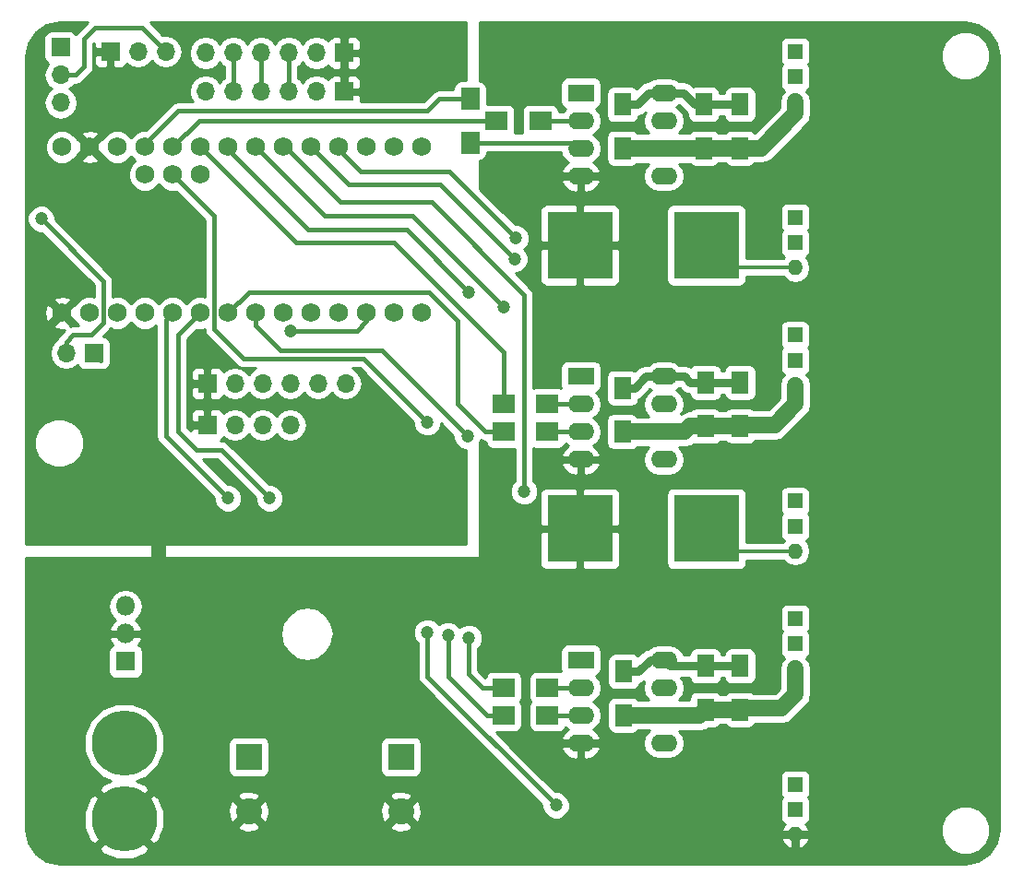
<source format=gbr>
G04 #@! TF.FileFunction,Copper,L2,Bot,Signal*
%FSLAX46Y46*%
G04 Gerber Fmt 4.6, Leading zero omitted, Abs format (unit mm)*
G04 Created by KiCad (PCBNEW 4.0.4-stable) date 07/19/17 16:13:46*
%MOMM*%
%LPD*%
G01*
G04 APERTURE LIST*
%ADD10C,0.100000*%
%ADD11C,1.750000*%
%ADD12R,2.400000X1.600000*%
%ADD13O,2.400000X1.600000*%
%ADD14R,1.600000X2.000000*%
%ADD15C,5.999480*%
%ADD16R,2.000000X1.700000*%
%ADD17R,1.700000X2.000000*%
%ADD18R,6.000000X6.200000*%
%ADD19R,1.800000X1.800000*%
%ADD20O,1.800000X1.800000*%
%ADD21R,1.400000X1.400000*%
%ADD22O,1.400000X1.400000*%
%ADD23R,2.400000X2.400000*%
%ADD24C,2.400000*%
%ADD25R,1.700000X1.700000*%
%ADD26O,1.700000X1.700000*%
%ADD27C,1.200000*%
%ADD28C,0.800000*%
%ADD29C,0.400000*%
%ADD30C,0.350000*%
%ADD31C,1.500000*%
%ADD32C,0.254000*%
G04 APERTURE END LIST*
D10*
D11*
X16764000Y64008000D03*
X14224000Y64008000D03*
X11684000Y64008000D03*
X6604000Y51308000D03*
X9144000Y51308000D03*
X11684000Y51308000D03*
X14224000Y51308000D03*
X16764000Y51308000D03*
X19304000Y51308000D03*
X21844000Y51308000D03*
X24384000Y51308000D03*
X26924000Y51308000D03*
X29464000Y51308000D03*
X32004000Y51308000D03*
X34544000Y51308000D03*
X37084000Y51308000D03*
X37084000Y66548000D03*
X34544000Y66548000D03*
X32004000Y66548000D03*
X29464000Y66548000D03*
X26924000Y66548000D03*
X24384000Y66548000D03*
X21844000Y66548000D03*
X19304000Y66548000D03*
X16764000Y66548000D03*
X14224000Y66548000D03*
X11684000Y66548000D03*
X9144000Y66548000D03*
X6604000Y66548000D03*
X4064000Y66548000D03*
X4064000Y51308000D03*
D12*
X51689000Y71501000D03*
D13*
X59309000Y63881000D03*
X51689000Y68961000D03*
X59309000Y66421000D03*
X51689000Y66421000D03*
X59309000Y68961000D03*
X51689000Y63881000D03*
X59309000Y71501000D03*
D14*
X62992000Y66453000D03*
X62992000Y70453000D03*
X55499000Y66453000D03*
X55499000Y70453000D03*
X63119000Y40926000D03*
X63119000Y44926000D03*
X66294000Y40926000D03*
X66294000Y44926000D03*
X66294000Y14891000D03*
X66294000Y18891000D03*
X63119000Y14891000D03*
X63119000Y18891000D03*
D15*
X9779000Y4826000D03*
X9779000Y11811000D03*
D16*
X47974000Y68961000D03*
X43974000Y68961000D03*
D17*
X41529000Y66961000D03*
X41529000Y70961000D03*
D16*
X48609000Y42926000D03*
X44609000Y42926000D03*
X48609000Y40386000D03*
X44609000Y40386000D03*
X48609000Y16891000D03*
X44609000Y16891000D03*
X48609000Y14351000D03*
X44609000Y14351000D03*
D18*
X63204000Y57531000D03*
X51604000Y57531000D03*
D19*
X9906000Y19304000D03*
D20*
X9906000Y21844000D03*
X9906000Y24384000D03*
D21*
X71374000Y49276000D03*
X71374000Y46976000D03*
D22*
X71374000Y44676000D03*
D21*
X71374000Y75311000D03*
X71374000Y73011000D03*
D22*
X71374000Y70711000D03*
D21*
X71374000Y34036000D03*
X71374000Y31736000D03*
D22*
X71374000Y29436000D03*
D21*
X71374000Y23241000D03*
X71374000Y20941000D03*
D22*
X71374000Y18641000D03*
D21*
X71374000Y8001000D03*
X71374000Y5701000D03*
D22*
X71374000Y3401000D03*
D18*
X63204000Y31496000D03*
X51604000Y31496000D03*
D12*
X51689000Y45466000D03*
D13*
X59309000Y37846000D03*
X51689000Y42926000D03*
X59309000Y40386000D03*
X51689000Y40386000D03*
X59309000Y42926000D03*
X51689000Y37846000D03*
X59309000Y45466000D03*
D12*
X51689000Y19431000D03*
D13*
X59309000Y11811000D03*
X51689000Y16891000D03*
X59309000Y14351000D03*
X51689000Y14351000D03*
X59309000Y16891000D03*
X51689000Y11811000D03*
X59309000Y19431000D03*
D23*
X21209000Y10541000D03*
D24*
X21209000Y5541000D03*
D14*
X66294000Y66453000D03*
X66294000Y70453000D03*
X55499000Y40418000D03*
X55499000Y44418000D03*
X55626000Y14383000D03*
X55626000Y18383000D03*
D25*
X29972000Y75184000D03*
D26*
X27432000Y75184000D03*
X24892000Y75184000D03*
X22352000Y75184000D03*
X19812000Y75184000D03*
X17272000Y75184000D03*
D25*
X29972000Y71628000D03*
D26*
X27432000Y71628000D03*
X24892000Y71628000D03*
X22352000Y71628000D03*
X19812000Y71628000D03*
X17272000Y71628000D03*
D25*
X6985000Y47625000D03*
D26*
X4445000Y47625000D03*
D21*
X71374000Y60071000D03*
X71374000Y57771000D03*
D22*
X71374000Y55471000D03*
D23*
X35179000Y10541000D03*
D24*
X35179000Y5541000D03*
D25*
X8509000Y75311000D03*
D26*
X11049000Y75311000D03*
X13589000Y75311000D03*
D25*
X17399000Y44831000D03*
D26*
X19939000Y44831000D03*
X22479000Y44831000D03*
X25019000Y44831000D03*
X27559000Y44831000D03*
X30099000Y44831000D03*
D25*
X17399000Y41021000D03*
D26*
X19939000Y41021000D03*
X22479000Y41021000D03*
X25019000Y41021000D03*
D25*
X3937000Y75692000D03*
D26*
X3937000Y73152000D03*
X3937000Y70612000D03*
D27*
X49403000Y55118000D03*
X49276000Y29083000D03*
X60960000Y29083000D03*
X60960000Y55118000D03*
X41275000Y40005000D03*
X41402000Y21463000D03*
X39497000Y21717000D03*
X41402000Y53213000D03*
X45720000Y58166000D03*
X46482000Y34925000D03*
X37592000Y41275000D03*
X37592000Y21971000D03*
X49403000Y6096000D03*
X45593000Y56261000D03*
X44577000Y51816000D03*
X25019000Y49657000D03*
X19304000Y34290000D03*
X23114000Y34290000D03*
X2159000Y59944000D03*
D28*
X49403000Y55118000D02*
X51604000Y57319000D01*
X51604000Y57319000D02*
X51604000Y57531000D01*
X49276000Y29083000D02*
X51604000Y31411000D01*
X51604000Y31411000D02*
X51604000Y31496000D01*
X51604000Y31284000D02*
X51604000Y31496000D01*
D29*
X7652000Y46958000D02*
X6985000Y47625000D01*
X24892000Y75184000D02*
X24892000Y71628000D01*
X19812000Y75184000D02*
X19812000Y71628000D01*
X22352000Y75184000D02*
X22352000Y71628000D01*
D30*
X60960000Y29083000D02*
X63204000Y31327000D01*
X63204000Y31327000D02*
X63204000Y31496000D01*
X63204000Y31200000D02*
X63204000Y31496000D01*
X63204000Y31496000D02*
X63204000Y32046000D01*
X71374000Y29436000D02*
X65264000Y29436000D01*
X65264000Y29436000D02*
X63204000Y31496000D01*
D29*
X47974000Y68961000D02*
X51689000Y68961000D01*
X41529000Y66961000D02*
X51149000Y66961000D01*
X51149000Y66961000D02*
X51689000Y66421000D01*
X48609000Y42926000D02*
X51689000Y42926000D01*
X48609000Y40386000D02*
X51689000Y40386000D01*
X48609000Y16891000D02*
X51689000Y16891000D01*
X48609000Y14351000D02*
X51689000Y14351000D01*
D30*
X60960000Y55118000D02*
X63204000Y57362000D01*
X63204000Y57362000D02*
X63204000Y57531000D01*
X63204000Y57531000D02*
X63119000Y57531000D01*
X71374000Y55471000D02*
X65264000Y55471000D01*
X65264000Y55471000D02*
X63204000Y57531000D01*
D31*
X66294000Y66453000D02*
X68231000Y66453000D01*
X71374000Y69596000D02*
X71374000Y70711000D01*
X68231000Y66453000D02*
X71374000Y69596000D01*
X62992000Y66453000D02*
X66294000Y66453000D01*
X59309000Y66421000D02*
X62960000Y66421000D01*
X62960000Y66421000D02*
X62992000Y66453000D01*
X59309000Y66421000D02*
X55531000Y66421000D01*
X55531000Y66421000D02*
X55499000Y66453000D01*
D28*
X55499000Y70453000D02*
X56864000Y70453000D01*
X57912000Y71501000D02*
X59309000Y71501000D01*
X56864000Y70453000D02*
X57912000Y71501000D01*
X62992000Y70453000D02*
X62135000Y70453000D01*
X61087000Y71501000D02*
X59309000Y71501000D01*
X62135000Y70453000D02*
X61087000Y71501000D01*
X62992000Y70453000D02*
X66294000Y70453000D01*
D31*
X59309000Y40386000D02*
X55531000Y40386000D01*
X55531000Y40386000D02*
X55499000Y40418000D01*
X63119000Y40926000D02*
X66294000Y40926000D01*
X66294000Y40926000D02*
X66389000Y41021000D01*
X66389000Y41021000D02*
X69469000Y41021000D01*
X69469000Y41021000D02*
X71374000Y42926000D01*
X71374000Y42926000D02*
X71374000Y44676000D01*
X59309000Y40386000D02*
X61214000Y40386000D01*
X61754000Y40926000D02*
X63119000Y40926000D01*
X61214000Y40386000D02*
X61754000Y40926000D01*
D28*
X59309000Y45466000D02*
X57658000Y45466000D01*
X56610000Y44418000D02*
X55499000Y44418000D01*
X57658000Y45466000D02*
X56610000Y44418000D01*
X63119000Y44926000D02*
X66294000Y44926000D01*
X59309000Y45466000D02*
X61214000Y45466000D01*
X61754000Y44926000D02*
X63119000Y44926000D01*
X61214000Y45466000D02*
X61754000Y44926000D01*
D31*
X55626000Y14383000D02*
X59277000Y14383000D01*
X59277000Y14383000D02*
X59309000Y14351000D01*
X63119000Y14891000D02*
X66294000Y14891000D01*
X66294000Y14891000D02*
X66389000Y14986000D01*
X66389000Y14986000D02*
X70104000Y14986000D01*
X70104000Y14986000D02*
X71374000Y16256000D01*
X71374000Y16256000D02*
X71374000Y18641000D01*
X59309000Y14351000D02*
X62579000Y14351000D01*
X62579000Y14351000D02*
X63119000Y14891000D01*
D28*
X59309000Y19431000D02*
X58039000Y19431000D01*
X56991000Y18383000D02*
X55626000Y18383000D01*
X58039000Y19431000D02*
X56991000Y18383000D01*
X63119000Y18891000D02*
X66294000Y18891000D01*
X63119000Y18891000D02*
X59849000Y18891000D01*
X59849000Y18891000D02*
X59309000Y19431000D01*
X59309000Y19431000D02*
X59944000Y19431000D01*
D29*
X43974000Y68961000D02*
X16637000Y68961000D01*
X16637000Y68961000D02*
X14224000Y66548000D01*
X11684000Y66548000D02*
X11684000Y66802000D01*
X11684000Y66802000D02*
X14732000Y69850000D01*
X38703000Y70961000D02*
X41529000Y70961000D01*
X37592000Y69850000D02*
X38703000Y70961000D01*
X14732000Y69850000D02*
X37592000Y69850000D01*
X11684000Y66548000D02*
X11684000Y67056000D01*
X21844000Y50165000D02*
X21844000Y51308000D01*
X24130000Y47879000D02*
X21844000Y50165000D01*
X33401000Y47879000D02*
X24130000Y47879000D01*
X41275000Y40005000D02*
X33401000Y47879000D01*
X41402000Y18161000D02*
X41402000Y21463000D01*
X42672000Y16891000D02*
X41402000Y18161000D01*
X44609000Y16891000D02*
X42672000Y16891000D01*
X19304000Y66548000D02*
X19304000Y66294000D01*
X19304000Y66294000D02*
X26670000Y58928000D01*
X43053000Y14351000D02*
X44609000Y14351000D01*
X39497000Y17907000D02*
X43053000Y14351000D01*
X39497000Y21717000D02*
X39497000Y17907000D01*
X35687000Y58928000D02*
X41402000Y53213000D01*
X26670000Y58928000D02*
X35687000Y58928000D01*
X19304000Y66548000D02*
X19304000Y66421000D01*
X29464000Y66548000D02*
X29464000Y66294000D01*
X29464000Y66294000D02*
X31496000Y64262000D01*
X31496000Y64262000D02*
X39624000Y64262000D01*
X39624000Y64262000D02*
X45720000Y58166000D01*
X24384000Y66548000D02*
X24511000Y66548000D01*
X24511000Y66548000D02*
X29591000Y61468000D01*
X29591000Y61468000D02*
X37973000Y61468000D01*
X37973000Y61468000D02*
X46482000Y52959000D01*
X46482000Y52959000D02*
X46482000Y34925000D01*
X18034000Y60198000D02*
X14224000Y64008000D01*
X18034000Y49784000D02*
X18034000Y60198000D01*
X20701000Y47117000D02*
X18034000Y49784000D01*
X31750000Y47117000D02*
X20701000Y47117000D01*
X37592000Y41275000D02*
X31750000Y47117000D01*
X37592000Y17907000D02*
X37592000Y21971000D01*
X49403000Y6096000D02*
X37592000Y17907000D01*
X14224000Y64008000D02*
X14351000Y64008000D01*
X44609000Y40386000D02*
X42926000Y40386000D01*
X21209000Y53213000D02*
X19304000Y51308000D01*
X37719000Y53213000D02*
X21209000Y53213000D01*
X40386000Y50546000D02*
X37719000Y53213000D01*
X40386000Y42926000D02*
X40386000Y50546000D01*
X42926000Y40386000D02*
X40386000Y42926000D01*
X30353000Y63119000D02*
X26924000Y66548000D01*
X38735000Y63119000D02*
X30353000Y63119000D01*
X45593000Y56261000D02*
X38735000Y63119000D01*
X21844000Y66548000D02*
X28194000Y60198000D01*
X36195000Y60198000D02*
X44577000Y51816000D01*
X28194000Y60198000D02*
X36195000Y60198000D01*
X21844000Y66548000D02*
X21844000Y66421000D01*
X44609000Y42926000D02*
X44609000Y47720000D01*
X25527000Y57785000D02*
X16764000Y66548000D01*
X34544000Y57785000D02*
X25527000Y57785000D01*
X44609000Y47720000D02*
X34544000Y57785000D01*
X16764000Y66548000D02*
X16891000Y66548000D01*
X25019000Y49657000D02*
X31115000Y49657000D01*
X31115000Y49657000D02*
X32004000Y50546000D01*
X32004000Y50546000D02*
X32004000Y51308000D01*
X13589000Y50673000D02*
X14224000Y51308000D01*
X13589000Y40005000D02*
X13589000Y50673000D01*
X19304000Y34290000D02*
X13589000Y40005000D01*
X14732000Y49276000D02*
X16764000Y51308000D01*
X14732000Y40386000D02*
X14732000Y49276000D01*
X16383000Y38735000D02*
X14732000Y40386000D01*
X18669000Y38735000D02*
X16383000Y38735000D01*
X23114000Y34290000D02*
X18669000Y38735000D01*
X4445000Y48641000D02*
X4445000Y47625000D01*
X5080000Y49276000D02*
X4445000Y48641000D01*
X6731000Y49276000D02*
X5080000Y49276000D01*
X7874000Y50419000D02*
X6731000Y49276000D01*
X7874000Y54229000D02*
X7874000Y50419000D01*
X2159000Y59944000D02*
X7874000Y54229000D01*
X3937000Y73152000D02*
X5334000Y73152000D01*
X11430000Y77470000D02*
X13589000Y75311000D01*
X7112000Y77470000D02*
X11430000Y77470000D01*
X6096000Y76454000D02*
X7112000Y77470000D01*
X6096000Y73914000D02*
X6096000Y76454000D01*
X5334000Y73152000D02*
X6096000Y73914000D01*
D32*
G36*
X5475867Y77074133D02*
X5360337Y76901228D01*
X5281786Y77023300D01*
X5055551Y77177880D01*
X4787000Y77232263D01*
X3087000Y77232263D01*
X2836119Y77185056D01*
X2605700Y77036786D01*
X2451120Y76810551D01*
X2396737Y76542000D01*
X2396737Y74842000D01*
X2443944Y74591119D01*
X2592214Y74360700D01*
X2812789Y74209987D01*
X2496320Y73736358D01*
X2380084Y73152000D01*
X2496320Y72567642D01*
X2827332Y72072248D01*
X3112058Y71882000D01*
X2827332Y71691752D01*
X2496320Y71196358D01*
X2380084Y70612000D01*
X2496320Y70027642D01*
X2827332Y69532248D01*
X3322726Y69201236D01*
X3907084Y69085000D01*
X3966916Y69085000D01*
X4551274Y69201236D01*
X5046668Y69532248D01*
X5377680Y70027642D01*
X5493916Y70612000D01*
X5377680Y71196358D01*
X5046668Y71691752D01*
X4761942Y71882000D01*
X5046668Y72072248D01*
X5182143Y72275000D01*
X5334000Y72275000D01*
X5669613Y72341758D01*
X5954133Y72531867D01*
X6716130Y73293865D01*
X6716133Y73293867D01*
X6906242Y73578387D01*
X6973001Y73914000D01*
X6973000Y73914005D01*
X6973000Y74893750D01*
X6982000Y74893750D01*
X6982000Y74326336D01*
X7085067Y74077510D01*
X7275511Y73887067D01*
X7524337Y73784000D01*
X8091750Y73784000D01*
X8261000Y73953250D01*
X8261000Y75063000D01*
X7151250Y75063000D01*
X6982000Y74893750D01*
X6973000Y74893750D01*
X6973000Y76090734D01*
X6982000Y76099734D01*
X6982000Y75728250D01*
X7151250Y75559000D01*
X8261000Y75559000D01*
X8261000Y75579000D01*
X8757000Y75579000D01*
X8757000Y75559000D01*
X8777000Y75559000D01*
X8777000Y75063000D01*
X8757000Y75063000D01*
X8757000Y73953250D01*
X8926250Y73784000D01*
X9493663Y73784000D01*
X9742489Y73887067D01*
X9932933Y74077510D01*
X9980976Y74193496D01*
X10464642Y73870320D01*
X11049000Y73754084D01*
X11633358Y73870320D01*
X12128752Y74201332D01*
X12319000Y74486058D01*
X12509248Y74201332D01*
X13004642Y73870320D01*
X13589000Y73754084D01*
X14173358Y73870320D01*
X14668752Y74201332D01*
X14999764Y74696726D01*
X15116000Y75281084D01*
X15116000Y75340916D01*
X14999764Y75925274D01*
X14668752Y76420668D01*
X14173358Y76751680D01*
X13589000Y76867916D01*
X13324886Y76815380D01*
X12152266Y77988000D01*
X41148000Y77988000D01*
X41148000Y72651263D01*
X40679000Y72651263D01*
X40428119Y72604056D01*
X40197700Y72455786D01*
X40043120Y72229551D01*
X39988737Y71961000D01*
X39988737Y71838000D01*
X38703000Y71838000D01*
X38367386Y71771242D01*
X38253424Y71695095D01*
X38082867Y71581133D01*
X38082865Y71581130D01*
X37228734Y70727000D01*
X31499000Y70727000D01*
X31499000Y71210750D01*
X31329750Y71380000D01*
X30220000Y71380000D01*
X30220000Y71360000D01*
X29724000Y71360000D01*
X29724000Y71380000D01*
X29704000Y71380000D01*
X29704000Y71876000D01*
X29724000Y71876000D01*
X29724000Y72985750D01*
X30220000Y72985750D01*
X30220000Y71876000D01*
X31329750Y71876000D01*
X31499000Y72045250D01*
X31499000Y72612664D01*
X31395933Y72861490D01*
X31205489Y73051933D01*
X30956663Y73155000D01*
X30389250Y73155000D01*
X30220000Y72985750D01*
X29724000Y72985750D01*
X29554750Y73155000D01*
X28987337Y73155000D01*
X28738511Y73051933D01*
X28548067Y72861490D01*
X28500024Y72745504D01*
X28016358Y73068680D01*
X27432000Y73184916D01*
X26847642Y73068680D01*
X26352248Y72737668D01*
X26162000Y72452942D01*
X25971752Y72737668D01*
X25769000Y72873143D01*
X25769000Y73938857D01*
X25971752Y74074332D01*
X26162000Y74359058D01*
X26352248Y74074332D01*
X26847642Y73743320D01*
X27432000Y73627084D01*
X28016358Y73743320D01*
X28500024Y74066496D01*
X28548067Y73950510D01*
X28738511Y73760067D01*
X28987337Y73657000D01*
X29554750Y73657000D01*
X29724000Y73826250D01*
X29724000Y74936000D01*
X30220000Y74936000D01*
X30220000Y73826250D01*
X30389250Y73657000D01*
X30956663Y73657000D01*
X31205489Y73760067D01*
X31395933Y73950510D01*
X31499000Y74199336D01*
X31499000Y74766750D01*
X31329750Y74936000D01*
X30220000Y74936000D01*
X29724000Y74936000D01*
X29704000Y74936000D01*
X29704000Y75432000D01*
X29724000Y75432000D01*
X29724000Y76541750D01*
X30220000Y76541750D01*
X30220000Y75432000D01*
X31329750Y75432000D01*
X31499000Y75601250D01*
X31499000Y76168664D01*
X31395933Y76417490D01*
X31205489Y76607933D01*
X30956663Y76711000D01*
X30389250Y76711000D01*
X30220000Y76541750D01*
X29724000Y76541750D01*
X29554750Y76711000D01*
X28987337Y76711000D01*
X28738511Y76607933D01*
X28548067Y76417490D01*
X28500024Y76301504D01*
X28016358Y76624680D01*
X27432000Y76740916D01*
X26847642Y76624680D01*
X26352248Y76293668D01*
X26162000Y76008942D01*
X25971752Y76293668D01*
X25476358Y76624680D01*
X24892000Y76740916D01*
X24307642Y76624680D01*
X23812248Y76293668D01*
X23622000Y76008942D01*
X23431752Y76293668D01*
X22936358Y76624680D01*
X22352000Y76740916D01*
X21767642Y76624680D01*
X21272248Y76293668D01*
X21082000Y76008942D01*
X20891752Y76293668D01*
X20396358Y76624680D01*
X19812000Y76740916D01*
X19227642Y76624680D01*
X18732248Y76293668D01*
X18542000Y76008942D01*
X18351752Y76293668D01*
X17856358Y76624680D01*
X17272000Y76740916D01*
X16687642Y76624680D01*
X16192248Y76293668D01*
X15861236Y75798274D01*
X15745000Y75213916D01*
X15745000Y75154084D01*
X15861236Y74569726D01*
X16192248Y74074332D01*
X16687642Y73743320D01*
X17272000Y73627084D01*
X17856358Y73743320D01*
X18351752Y74074332D01*
X18542000Y74359058D01*
X18732248Y74074332D01*
X18935000Y73938857D01*
X18935000Y72873143D01*
X18732248Y72737668D01*
X18542000Y72452942D01*
X18351752Y72737668D01*
X17856358Y73068680D01*
X17272000Y73184916D01*
X16687642Y73068680D01*
X16192248Y72737668D01*
X15861236Y72242274D01*
X15745000Y71657916D01*
X15745000Y71598084D01*
X15861236Y71013726D01*
X16052820Y70727000D01*
X14732005Y70727000D01*
X14732000Y70727001D01*
X14396387Y70660242D01*
X14111867Y70470133D01*
X11741684Y68099950D01*
X11376643Y68100268D01*
X10806011Y67864488D01*
X10413699Y67472860D01*
X10024285Y67862954D01*
X9454066Y68099730D01*
X8836643Y68100268D01*
X8266011Y67864488D01*
X7829046Y67428285D01*
X7794495Y67345078D01*
X7763106Y67356381D01*
X6954725Y66548000D01*
X7763106Y65739619D01*
X7794134Y65750792D01*
X7827512Y65670011D01*
X8263715Y65233046D01*
X8833934Y64996270D01*
X9451357Y64995732D01*
X10021989Y65231512D01*
X10414301Y65623140D01*
X10759140Y65277699D01*
X10369046Y64888285D01*
X10132270Y64318066D01*
X10131732Y63700643D01*
X10367512Y63130011D01*
X10803715Y62693046D01*
X11373934Y62456270D01*
X11991357Y62455732D01*
X12561989Y62691512D01*
X12954301Y63083140D01*
X13343715Y62693046D01*
X13913934Y62456270D01*
X14531357Y62455732D01*
X14534644Y62457090D01*
X17157000Y59834735D01*
X17157000Y52825293D01*
X17074066Y52859730D01*
X16456643Y52860268D01*
X15886011Y52624488D01*
X15493699Y52232860D01*
X15104285Y52622954D01*
X14534066Y52859730D01*
X13916643Y52860268D01*
X13346011Y52624488D01*
X12953699Y52232860D01*
X12564285Y52622954D01*
X11994066Y52859730D01*
X11376643Y52860268D01*
X10806011Y52624488D01*
X10413699Y52232860D01*
X10024285Y52622954D01*
X9454066Y52859730D01*
X8836643Y52860268D01*
X8751000Y52824881D01*
X8751000Y54228995D01*
X8751001Y54229000D01*
X8684242Y54564613D01*
X8647902Y54619000D01*
X8494133Y54849133D01*
X8494130Y54849135D01*
X3435968Y59907297D01*
X3436221Y60196897D01*
X3242219Y60666417D01*
X2883307Y61025957D01*
X2414125Y61220778D01*
X1906103Y61221221D01*
X1436583Y61027219D01*
X1077043Y60668307D01*
X882222Y60199125D01*
X881779Y59691103D01*
X1075781Y59221583D01*
X1434693Y58862043D01*
X1903875Y58667222D01*
X2195767Y58666967D01*
X6997000Y53865735D01*
X6997000Y52825293D01*
X6914066Y52859730D01*
X6296643Y52860268D01*
X5726011Y52624488D01*
X5289046Y52188285D01*
X5254495Y52105078D01*
X5223106Y52116381D01*
X4414725Y51308000D01*
X5223106Y50499619D01*
X5254134Y50510792D01*
X5287512Y50430011D01*
X5564040Y50153000D01*
X5080005Y50153000D01*
X5080000Y50153001D01*
X4857955Y50108833D01*
X4872381Y50148894D01*
X4064000Y50957275D01*
X3255619Y50148894D01*
X3346016Y49897857D01*
X3940307Y49730438D01*
X4341813Y49778079D01*
X3824867Y49261133D01*
X3634758Y48976613D01*
X3620566Y48905266D01*
X3365248Y48734668D01*
X3034236Y48239274D01*
X2918000Y47654916D01*
X2918000Y47595084D01*
X3034236Y47010726D01*
X3365248Y46515332D01*
X3860642Y46184320D01*
X4445000Y46068084D01*
X5029358Y46184320D01*
X5505763Y46502644D01*
X5640214Y46293700D01*
X5866449Y46139120D01*
X6135000Y46084737D01*
X7633213Y46084737D01*
X7652000Y46081000D01*
X7670787Y46084737D01*
X7835000Y46084737D01*
X8085881Y46131944D01*
X8316300Y46280214D01*
X8470880Y46506449D01*
X8525263Y46775000D01*
X8525263Y46939213D01*
X8529000Y46958000D01*
X8525263Y46976787D01*
X8525263Y48475000D01*
X8478056Y48725881D01*
X8329786Y48956300D01*
X8103551Y49110880D01*
X7856230Y49160964D01*
X8494133Y49798867D01*
X8545654Y49875974D01*
X8833934Y49756270D01*
X9451357Y49755732D01*
X10021989Y49991512D01*
X10414301Y50383140D01*
X10803715Y49993046D01*
X11373934Y49756270D01*
X11991357Y49755732D01*
X12561989Y49991512D01*
X12712000Y50141261D01*
X12712000Y40005000D01*
X12778758Y39669387D01*
X12968867Y39384867D01*
X18027032Y34326703D01*
X18026779Y34037103D01*
X18220781Y33567583D01*
X18579693Y33208043D01*
X19048875Y33013222D01*
X19556897Y33012779D01*
X20026417Y33206781D01*
X20385957Y33565693D01*
X20580778Y34034875D01*
X20581221Y34542897D01*
X20387219Y35012417D01*
X20028307Y35371957D01*
X19559125Y35566778D01*
X19267233Y35567033D01*
X16976266Y37858000D01*
X18305734Y37858000D01*
X21837032Y34326703D01*
X21836779Y34037103D01*
X22030781Y33567583D01*
X22389693Y33208043D01*
X22858875Y33013222D01*
X23366897Y33012779D01*
X23836417Y33206781D01*
X24195957Y33565693D01*
X24390778Y34034875D01*
X24391221Y34542897D01*
X24197219Y35012417D01*
X23838307Y35371957D01*
X23369125Y35566778D01*
X23077233Y35567033D01*
X19289133Y39355133D01*
X19004613Y39545242D01*
X18669000Y39612000D01*
X18647422Y39612000D01*
X18822933Y39787510D01*
X18870976Y39903496D01*
X19354642Y39580320D01*
X19939000Y39464084D01*
X20523358Y39580320D01*
X21018752Y39911332D01*
X21209000Y40196058D01*
X21399248Y39911332D01*
X21894642Y39580320D01*
X22479000Y39464084D01*
X23063358Y39580320D01*
X23558752Y39911332D01*
X23749000Y40196058D01*
X23939248Y39911332D01*
X24434642Y39580320D01*
X25019000Y39464084D01*
X25603358Y39580320D01*
X26098752Y39911332D01*
X26429764Y40406726D01*
X26546000Y40991084D01*
X26546000Y41050916D01*
X26429764Y41635274D01*
X26098752Y42130668D01*
X25603358Y42461680D01*
X25019000Y42577916D01*
X24434642Y42461680D01*
X23939248Y42130668D01*
X23749000Y41845942D01*
X23558752Y42130668D01*
X23063358Y42461680D01*
X22479000Y42577916D01*
X21894642Y42461680D01*
X21399248Y42130668D01*
X21209000Y41845942D01*
X21018752Y42130668D01*
X20523358Y42461680D01*
X19939000Y42577916D01*
X19354642Y42461680D01*
X18870976Y42138504D01*
X18822933Y42254490D01*
X18632489Y42444933D01*
X18383663Y42548000D01*
X17816250Y42548000D01*
X17647000Y42378750D01*
X17647000Y41269000D01*
X17667000Y41269000D01*
X17667000Y40773000D01*
X17647000Y40773000D01*
X17647000Y40753000D01*
X17151000Y40753000D01*
X17151000Y40773000D01*
X16041250Y40773000D01*
X15872000Y40603750D01*
X15872000Y40486266D01*
X15609000Y40749266D01*
X15609000Y42005664D01*
X15872000Y42005664D01*
X15872000Y41438250D01*
X16041250Y41269000D01*
X17151000Y41269000D01*
X17151000Y42378750D01*
X16981750Y42548000D01*
X16414337Y42548000D01*
X16165511Y42444933D01*
X15975067Y42254490D01*
X15872000Y42005664D01*
X15609000Y42005664D01*
X15609000Y44413750D01*
X15872000Y44413750D01*
X15872000Y43846336D01*
X15975067Y43597510D01*
X16165511Y43407067D01*
X16414337Y43304000D01*
X16981750Y43304000D01*
X17151000Y43473250D01*
X17151000Y44583000D01*
X16041250Y44583000D01*
X15872000Y44413750D01*
X15609000Y44413750D01*
X15609000Y45815664D01*
X15872000Y45815664D01*
X15872000Y45248250D01*
X16041250Y45079000D01*
X17151000Y45079000D01*
X17151000Y46188750D01*
X16981750Y46358000D01*
X16414337Y46358000D01*
X16165511Y46254933D01*
X15975067Y46064490D01*
X15872000Y45815664D01*
X15609000Y45815664D01*
X15609000Y48912734D01*
X16452946Y49756680D01*
X16453934Y49756270D01*
X17071357Y49755732D01*
X17157000Y49791119D01*
X17157000Y49784000D01*
X17223758Y49448387D01*
X17413867Y49163867D01*
X20080865Y46496870D01*
X20080867Y46496867D01*
X20318827Y46337868D01*
X20365387Y46306758D01*
X20701000Y46239999D01*
X20701005Y46240000D01*
X21847230Y46240000D01*
X21399248Y45940668D01*
X21209000Y45655942D01*
X21018752Y45940668D01*
X20523358Y46271680D01*
X19939000Y46387916D01*
X19354642Y46271680D01*
X18870976Y45948504D01*
X18822933Y46064490D01*
X18632489Y46254933D01*
X18383663Y46358000D01*
X17816250Y46358000D01*
X17647000Y46188750D01*
X17647000Y45079000D01*
X17667000Y45079000D01*
X17667000Y44583000D01*
X17647000Y44583000D01*
X17647000Y43473250D01*
X17816250Y43304000D01*
X18383663Y43304000D01*
X18632489Y43407067D01*
X18822933Y43597510D01*
X18870976Y43713496D01*
X19354642Y43390320D01*
X19939000Y43274084D01*
X20523358Y43390320D01*
X21018752Y43721332D01*
X21209000Y44006058D01*
X21399248Y43721332D01*
X21894642Y43390320D01*
X22479000Y43274084D01*
X23063358Y43390320D01*
X23558752Y43721332D01*
X23749000Y44006058D01*
X23939248Y43721332D01*
X24434642Y43390320D01*
X25019000Y43274084D01*
X25603358Y43390320D01*
X26098752Y43721332D01*
X26289000Y44006058D01*
X26479248Y43721332D01*
X26974642Y43390320D01*
X27559000Y43274084D01*
X28143358Y43390320D01*
X28638752Y43721332D01*
X28829000Y44006058D01*
X29019248Y43721332D01*
X29514642Y43390320D01*
X30099000Y43274084D01*
X30683358Y43390320D01*
X31178752Y43721332D01*
X31509764Y44216726D01*
X31626000Y44801084D01*
X31626000Y44860916D01*
X31509764Y45445274D01*
X31178752Y45940668D01*
X30730770Y46240000D01*
X31386734Y46240000D01*
X36315032Y41311703D01*
X36314779Y41022103D01*
X36508781Y40552583D01*
X36867693Y40193043D01*
X37336875Y39998222D01*
X37844897Y39997779D01*
X38314417Y40191781D01*
X38673957Y40550693D01*
X38868778Y41019875D01*
X38868910Y41170825D01*
X39998032Y40041703D01*
X39997779Y39752103D01*
X40191781Y39282583D01*
X40550693Y38923043D01*
X41019875Y38728222D01*
X41148000Y38728110D01*
X41148000Y30099000D01*
X13589000Y30099000D01*
X13539590Y30088994D01*
X13497965Y30060553D01*
X13470685Y30018159D01*
X13462000Y29972000D01*
X13462000Y28956000D01*
X13472006Y28906590D01*
X13500447Y28864965D01*
X13542841Y28837685D01*
X13589000Y28829000D01*
X42291000Y28829000D01*
X42340410Y28839006D01*
X42382035Y28867447D01*
X42409315Y28909841D01*
X42418000Y28956000D01*
X42418000Y31078750D01*
X47927000Y31078750D01*
X47927000Y28261337D01*
X48030067Y28012511D01*
X48220510Y27822067D01*
X48469336Y27719000D01*
X51186750Y27719000D01*
X51356000Y27888250D01*
X51356000Y31248000D01*
X51852000Y31248000D01*
X51852000Y27888250D01*
X52021250Y27719000D01*
X54738664Y27719000D01*
X54987490Y27822067D01*
X55177933Y28012511D01*
X55281000Y28261337D01*
X55281000Y31078750D01*
X55111750Y31248000D01*
X51852000Y31248000D01*
X51356000Y31248000D01*
X48096250Y31248000D01*
X47927000Y31078750D01*
X42418000Y31078750D01*
X42418000Y39427701D01*
X42503567Y39633769D01*
X42590386Y39575758D01*
X42923733Y39509451D01*
X42965944Y39285119D01*
X43114214Y39054700D01*
X43340449Y38900120D01*
X43609000Y38845737D01*
X45605000Y38845737D01*
X45605000Y35853906D01*
X45400043Y35649307D01*
X45205222Y35180125D01*
X45204779Y34672103D01*
X45398781Y34202583D01*
X45757693Y33843043D01*
X46226875Y33648222D01*
X46734897Y33647779D01*
X47204417Y33841781D01*
X47563957Y34200693D01*
X47758778Y34669875D01*
X47758831Y34730663D01*
X47927000Y34730663D01*
X47927000Y31913250D01*
X48096250Y31744000D01*
X51356000Y31744000D01*
X51356000Y35103750D01*
X51852000Y35103750D01*
X51852000Y31744000D01*
X55111750Y31744000D01*
X55281000Y31913250D01*
X55281000Y34596000D01*
X59513737Y34596000D01*
X59513737Y28396000D01*
X59560944Y28145119D01*
X59709214Y27914700D01*
X59935449Y27760120D01*
X60204000Y27705737D01*
X66204000Y27705737D01*
X66454881Y27752944D01*
X66685300Y27901214D01*
X66839880Y28127449D01*
X66894263Y28396000D01*
X66894263Y28584000D01*
X70300981Y28584000D01*
X70400314Y28435337D01*
X70847045Y28136841D01*
X71374000Y28032023D01*
X71900955Y28136841D01*
X72347686Y28435337D01*
X72646182Y28882068D01*
X72751000Y29409023D01*
X72751000Y29462977D01*
X72646182Y29989932D01*
X72361258Y30416352D01*
X72555300Y30541214D01*
X72709880Y30767449D01*
X72764263Y31036000D01*
X72764263Y32436000D01*
X72717056Y32686881D01*
X72587459Y32888281D01*
X72709880Y33067449D01*
X72764263Y33336000D01*
X72764263Y34736000D01*
X72717056Y34986881D01*
X72568786Y35217300D01*
X72342551Y35371880D01*
X72074000Y35426263D01*
X70674000Y35426263D01*
X70423119Y35379056D01*
X70192700Y35230786D01*
X70038120Y35004551D01*
X69983737Y34736000D01*
X69983737Y33336000D01*
X70030944Y33085119D01*
X70160541Y32883719D01*
X70038120Y32704551D01*
X69983737Y32436000D01*
X69983737Y31036000D01*
X70030944Y30785119D01*
X70179214Y30554700D01*
X70385160Y30413983D01*
X70300981Y30288000D01*
X66894263Y30288000D01*
X66894263Y34596000D01*
X66847056Y34846881D01*
X66698786Y35077300D01*
X66472551Y35231880D01*
X66204000Y35286263D01*
X60204000Y35286263D01*
X59953119Y35239056D01*
X59722700Y35090786D01*
X59568120Y34864551D01*
X59513737Y34596000D01*
X55281000Y34596000D01*
X55281000Y34730663D01*
X55177933Y34979489D01*
X54987490Y35169933D01*
X54738664Y35273000D01*
X52021250Y35273000D01*
X51852000Y35103750D01*
X51356000Y35103750D01*
X51186750Y35273000D01*
X48469336Y35273000D01*
X48220510Y35169933D01*
X48030067Y34979489D01*
X47927000Y34730663D01*
X47758831Y34730663D01*
X47759221Y35177897D01*
X47565219Y35647417D01*
X47359000Y35853997D01*
X47359000Y37373280D01*
X49889691Y37373280D01*
X50173155Y36847409D01*
X50640238Y36496407D01*
X51206089Y36350868D01*
X51441000Y36525555D01*
X51441000Y37598000D01*
X51937000Y37598000D01*
X51937000Y36525555D01*
X52171911Y36350868D01*
X52737762Y36496407D01*
X53204845Y36847409D01*
X53488309Y37373280D01*
X53373019Y37598000D01*
X51937000Y37598000D01*
X51441000Y37598000D01*
X50004981Y37598000D01*
X49889691Y37373280D01*
X47359000Y37373280D01*
X47359000Y38896363D01*
X47609000Y38845737D01*
X49609000Y38845737D01*
X49859881Y38892944D01*
X50090300Y39041214D01*
X50244880Y39267449D01*
X50253691Y39310960D01*
X50539569Y39119943D01*
X50173155Y38844591D01*
X49889691Y38318720D01*
X50004981Y38094000D01*
X51441000Y38094000D01*
X51441000Y38114000D01*
X51937000Y38114000D01*
X51937000Y38094000D01*
X53373019Y38094000D01*
X53488309Y38318720D01*
X53204845Y38844591D01*
X52838431Y39119943D01*
X53170170Y39341603D01*
X53490343Y39820777D01*
X53602773Y40386000D01*
X53490343Y40951223D01*
X53170170Y41430397D01*
X52832530Y41656000D01*
X53170170Y41881603D01*
X53490343Y42360777D01*
X53602773Y42926000D01*
X53490343Y43491223D01*
X53170170Y43970397D01*
X53102152Y44015845D01*
X53139881Y44022944D01*
X53370300Y44171214D01*
X53524880Y44397449D01*
X53579263Y44666000D01*
X53579263Y45418000D01*
X54008737Y45418000D01*
X54008737Y43418000D01*
X54055944Y43167119D01*
X54204214Y42936700D01*
X54430449Y42782120D01*
X54699000Y42727737D01*
X56299000Y42727737D01*
X56549881Y42774944D01*
X56780300Y42923214D01*
X56934880Y43149449D01*
X56988934Y43416375D01*
X57022150Y43422982D01*
X57371554Y43656446D01*
X58012991Y44297883D01*
X58165470Y44196000D01*
X57827830Y43970397D01*
X57507657Y43491223D01*
X57395227Y42926000D01*
X57507657Y42360777D01*
X57827830Y41881603D01*
X57930502Y41813000D01*
X56849318Y41813000D01*
X56793786Y41899300D01*
X56567551Y42053880D01*
X56299000Y42108263D01*
X54699000Y42108263D01*
X54448119Y42061056D01*
X54217700Y41912786D01*
X54063120Y41686551D01*
X54008737Y41418000D01*
X54008737Y39418000D01*
X54055944Y39167119D01*
X54204214Y38936700D01*
X54430449Y38782120D01*
X54699000Y38727737D01*
X56299000Y38727737D01*
X56549881Y38774944D01*
X56780300Y38923214D01*
X56804752Y38959000D01*
X57930502Y38959000D01*
X57827830Y38890397D01*
X57507657Y38411223D01*
X57395227Y37846000D01*
X57507657Y37280777D01*
X57827830Y36801603D01*
X58307004Y36481430D01*
X58872227Y36369000D01*
X59745773Y36369000D01*
X60310996Y36481430D01*
X60790170Y36801603D01*
X61110343Y37280777D01*
X61222773Y37846000D01*
X61110343Y38411223D01*
X60790170Y38890397D01*
X60687498Y38959000D01*
X61214000Y38959000D01*
X61760089Y39067624D01*
X62083163Y39283495D01*
X62319000Y39235737D01*
X63919000Y39235737D01*
X64169881Y39282944D01*
X64400300Y39431214D01*
X64446616Y39499000D01*
X64964273Y39499000D01*
X64999214Y39444700D01*
X65225449Y39290120D01*
X65494000Y39235737D01*
X67094000Y39235737D01*
X67344881Y39282944D01*
X67575300Y39431214D01*
X67686527Y39594000D01*
X69469000Y39594000D01*
X70015089Y39702624D01*
X70478041Y40011959D01*
X72383041Y41916959D01*
X72692376Y42379911D01*
X72801000Y42926000D01*
X72801000Y44676000D01*
X72692376Y45222089D01*
X72389897Y45674780D01*
X72555300Y45781214D01*
X72709880Y46007449D01*
X72764263Y46276000D01*
X72764263Y47676000D01*
X72717056Y47926881D01*
X72587459Y48128281D01*
X72709880Y48307449D01*
X72764263Y48576000D01*
X72764263Y49976000D01*
X72717056Y50226881D01*
X72568786Y50457300D01*
X72342551Y50611880D01*
X72074000Y50666263D01*
X70674000Y50666263D01*
X70423119Y50619056D01*
X70192700Y50470786D01*
X70038120Y50244551D01*
X69983737Y49976000D01*
X69983737Y48576000D01*
X70030944Y48325119D01*
X70160541Y48123719D01*
X70038120Y47944551D01*
X69983737Y47676000D01*
X69983737Y46276000D01*
X70030944Y46025119D01*
X70179214Y45794700D01*
X70357043Y45673194D01*
X70055624Y45222089D01*
X69947000Y44676000D01*
X69947000Y43517082D01*
X68877918Y42448000D01*
X67529220Y42448000D01*
X67362551Y42561880D01*
X67094000Y42616263D01*
X65494000Y42616263D01*
X65243119Y42569056D01*
X65012700Y42420786D01*
X64966384Y42353000D01*
X64448727Y42353000D01*
X64413786Y42407300D01*
X64187551Y42561880D01*
X63919000Y42616263D01*
X62319000Y42616263D01*
X62068119Y42569056D01*
X61837700Y42420786D01*
X61791384Y42353000D01*
X61754000Y42353000D01*
X61298512Y42262398D01*
X61207910Y42244376D01*
X60891141Y42032718D01*
X61110343Y42360777D01*
X61222773Y42926000D01*
X61110343Y43491223D01*
X60790170Y43970397D01*
X60452530Y44196000D01*
X60741376Y44389000D01*
X60767892Y44389000D01*
X60992446Y44164446D01*
X61341850Y43930982D01*
X61638918Y43871891D01*
X61675944Y43675119D01*
X61824214Y43444700D01*
X62050449Y43290120D01*
X62319000Y43235737D01*
X63919000Y43235737D01*
X64169881Y43282944D01*
X64400300Y43431214D01*
X64554880Y43657449D01*
X64593670Y43849000D01*
X64818226Y43849000D01*
X64850944Y43675119D01*
X64999214Y43444700D01*
X65225449Y43290120D01*
X65494000Y43235737D01*
X67094000Y43235737D01*
X67344881Y43282944D01*
X67575300Y43431214D01*
X67729880Y43657449D01*
X67784263Y43926000D01*
X67784263Y45926000D01*
X67737056Y46176881D01*
X67588786Y46407300D01*
X67362551Y46561880D01*
X67094000Y46616263D01*
X65494000Y46616263D01*
X65243119Y46569056D01*
X65012700Y46420786D01*
X64858120Y46194551D01*
X64819330Y46003000D01*
X64594774Y46003000D01*
X64562056Y46176881D01*
X64413786Y46407300D01*
X64187551Y46561880D01*
X63919000Y46616263D01*
X62319000Y46616263D01*
X62068119Y46569056D01*
X61837700Y46420786D01*
X61790264Y46351361D01*
X61626150Y46461018D01*
X61214000Y46543000D01*
X60741376Y46543000D01*
X60310996Y46830570D01*
X59745773Y46943000D01*
X58872227Y46943000D01*
X58307004Y46830570D01*
X57876624Y46543000D01*
X57658000Y46543000D01*
X57245850Y46461018D01*
X56896446Y46227554D01*
X56659765Y45990873D01*
X56567551Y46053880D01*
X56299000Y46108263D01*
X54699000Y46108263D01*
X54448119Y46061056D01*
X54217700Y45912786D01*
X54063120Y45686551D01*
X54008737Y45418000D01*
X53579263Y45418000D01*
X53579263Y46266000D01*
X53532056Y46516881D01*
X53383786Y46747300D01*
X53157551Y46901880D01*
X52889000Y46956263D01*
X50489000Y46956263D01*
X50238119Y46909056D01*
X50007700Y46760786D01*
X49853120Y46534551D01*
X49798737Y46266000D01*
X49798737Y44666000D01*
X49845326Y44418406D01*
X49609000Y44466263D01*
X47609000Y44466263D01*
X47359000Y44419222D01*
X47359000Y52959000D01*
X47292242Y53294613D01*
X47292242Y53294614D01*
X47102133Y53579133D01*
X45697357Y54983909D01*
X45845897Y54983779D01*
X46315417Y55177781D01*
X46674957Y55536693D01*
X46869778Y56005875D01*
X46870221Y56513897D01*
X46676219Y56983417D01*
X46546114Y57113750D01*
X47927000Y57113750D01*
X47927000Y54296337D01*
X48030067Y54047511D01*
X48220510Y53857067D01*
X48469336Y53754000D01*
X51186750Y53754000D01*
X51356000Y53923250D01*
X51356000Y57283000D01*
X51852000Y57283000D01*
X51852000Y53923250D01*
X52021250Y53754000D01*
X54738664Y53754000D01*
X54987490Y53857067D01*
X55177933Y54047511D01*
X55281000Y54296337D01*
X55281000Y57113750D01*
X55111750Y57283000D01*
X51852000Y57283000D01*
X51356000Y57283000D01*
X48096250Y57283000D01*
X47927000Y57113750D01*
X46546114Y57113750D01*
X46509840Y57150087D01*
X46801957Y57441693D01*
X46996778Y57910875D01*
X46997221Y58418897D01*
X46803219Y58888417D01*
X46444307Y59247957D01*
X45975125Y59442778D01*
X45683233Y59443033D01*
X44360603Y60765663D01*
X47927000Y60765663D01*
X47927000Y57948250D01*
X48096250Y57779000D01*
X51356000Y57779000D01*
X51356000Y61138750D01*
X51852000Y61138750D01*
X51852000Y57779000D01*
X55111750Y57779000D01*
X55281000Y57948250D01*
X55281000Y60631000D01*
X59513737Y60631000D01*
X59513737Y54431000D01*
X59560944Y54180119D01*
X59709214Y53949700D01*
X59935449Y53795120D01*
X60204000Y53740737D01*
X66204000Y53740737D01*
X66454881Y53787944D01*
X66685300Y53936214D01*
X66839880Y54162449D01*
X66894263Y54431000D01*
X66894263Y54619000D01*
X70300981Y54619000D01*
X70400314Y54470337D01*
X70847045Y54171841D01*
X71374000Y54067023D01*
X71900955Y54171841D01*
X72347686Y54470337D01*
X72646182Y54917068D01*
X72751000Y55444023D01*
X72751000Y55497977D01*
X72646182Y56024932D01*
X72361258Y56451352D01*
X72555300Y56576214D01*
X72709880Y56802449D01*
X72764263Y57071000D01*
X72764263Y58471000D01*
X72717056Y58721881D01*
X72587459Y58923281D01*
X72709880Y59102449D01*
X72764263Y59371000D01*
X72764263Y60771000D01*
X72717056Y61021881D01*
X72568786Y61252300D01*
X72342551Y61406880D01*
X72074000Y61461263D01*
X70674000Y61461263D01*
X70423119Y61414056D01*
X70192700Y61265786D01*
X70038120Y61039551D01*
X69983737Y60771000D01*
X69983737Y59371000D01*
X70030944Y59120119D01*
X70160541Y58918719D01*
X70038120Y58739551D01*
X69983737Y58471000D01*
X69983737Y57071000D01*
X70030944Y56820119D01*
X70179214Y56589700D01*
X70385160Y56448983D01*
X70300981Y56323000D01*
X66894263Y56323000D01*
X66894263Y60631000D01*
X66847056Y60881881D01*
X66698786Y61112300D01*
X66472551Y61266880D01*
X66204000Y61321263D01*
X60204000Y61321263D01*
X59953119Y61274056D01*
X59722700Y61125786D01*
X59568120Y60899551D01*
X59513737Y60631000D01*
X55281000Y60631000D01*
X55281000Y60765663D01*
X55177933Y61014489D01*
X54987490Y61204933D01*
X54738664Y61308000D01*
X52021250Y61308000D01*
X51852000Y61138750D01*
X51356000Y61138750D01*
X51186750Y61308000D01*
X48469336Y61308000D01*
X48220510Y61204933D01*
X48030067Y61014489D01*
X47927000Y60765663D01*
X44360603Y60765663D01*
X42418000Y62708266D01*
X42418000Y63408280D01*
X49889691Y63408280D01*
X50173155Y62882409D01*
X50640238Y62531407D01*
X51206089Y62385868D01*
X51441000Y62560555D01*
X51441000Y63633000D01*
X51937000Y63633000D01*
X51937000Y62560555D01*
X52171911Y62385868D01*
X52737762Y62531407D01*
X53204845Y62882409D01*
X53488309Y63408280D01*
X53373019Y63633000D01*
X51937000Y63633000D01*
X51441000Y63633000D01*
X50004981Y63633000D01*
X49889691Y63408280D01*
X42418000Y63408280D01*
X42418000Y65278075D01*
X42629881Y65317944D01*
X42860300Y65466214D01*
X43014880Y65692449D01*
X43069263Y65961000D01*
X43069263Y66084000D01*
X49842261Y66084000D01*
X49887657Y65855777D01*
X50207830Y65376603D01*
X50539569Y65154943D01*
X50173155Y64879591D01*
X49889691Y64353720D01*
X50004981Y64129000D01*
X51441000Y64129000D01*
X51441000Y64149000D01*
X51937000Y64149000D01*
X51937000Y64129000D01*
X53373019Y64129000D01*
X53488309Y64353720D01*
X53204845Y64879591D01*
X52838431Y65154943D01*
X53170170Y65376603D01*
X53490343Y65855777D01*
X53602773Y66421000D01*
X53490343Y66986223D01*
X53170170Y67465397D01*
X52832530Y67691000D01*
X53170170Y67916603D01*
X53490343Y68395777D01*
X53602773Y68961000D01*
X53490343Y69526223D01*
X53170170Y70005397D01*
X53102152Y70050845D01*
X53139881Y70057944D01*
X53370300Y70206214D01*
X53524880Y70432449D01*
X53579263Y70701000D01*
X53579263Y71453000D01*
X54008737Y71453000D01*
X54008737Y69453000D01*
X54055944Y69202119D01*
X54204214Y68971700D01*
X54430449Y68817120D01*
X54699000Y68762737D01*
X56299000Y68762737D01*
X56549881Y68809944D01*
X56780300Y68958214D01*
X56934880Y69184449D01*
X56978273Y69398730D01*
X57276150Y69457982D01*
X57612007Y69682394D01*
X57507657Y69526223D01*
X57395227Y68961000D01*
X57507657Y68395777D01*
X57827830Y67916603D01*
X57930502Y67848000D01*
X56849318Y67848000D01*
X56793786Y67934300D01*
X56567551Y68088880D01*
X56299000Y68143263D01*
X54699000Y68143263D01*
X54448119Y68096056D01*
X54217700Y67947786D01*
X54063120Y67721551D01*
X54008737Y67453000D01*
X54008737Y65453000D01*
X54055944Y65202119D01*
X54204214Y64971700D01*
X54430449Y64817120D01*
X54699000Y64762737D01*
X56299000Y64762737D01*
X56549881Y64809944D01*
X56780300Y64958214D01*
X56804752Y64994000D01*
X57930502Y64994000D01*
X57827830Y64925397D01*
X57507657Y64446223D01*
X57395227Y63881000D01*
X57507657Y63315777D01*
X57827830Y62836603D01*
X58307004Y62516430D01*
X58872227Y62404000D01*
X59745773Y62404000D01*
X60310996Y62516430D01*
X60790170Y62836603D01*
X61110343Y63315777D01*
X61222773Y63881000D01*
X61110343Y64446223D01*
X60790170Y64925397D01*
X60687498Y64994000D01*
X61682864Y64994000D01*
X61697214Y64971700D01*
X61923449Y64817120D01*
X62192000Y64762737D01*
X63792000Y64762737D01*
X64042881Y64809944D01*
X64273300Y64958214D01*
X64319616Y65026000D01*
X64964273Y65026000D01*
X64999214Y64971700D01*
X65225449Y64817120D01*
X65494000Y64762737D01*
X67094000Y64762737D01*
X67344881Y64809944D01*
X67575300Y64958214D01*
X67621616Y65026000D01*
X68231000Y65026000D01*
X68777089Y65134624D01*
X69240041Y65443959D01*
X72383041Y68586958D01*
X72692376Y69049910D01*
X72722652Y69202119D01*
X72801000Y69596000D01*
X72801000Y70711000D01*
X72692376Y71257089D01*
X72389897Y71709780D01*
X72555300Y71816214D01*
X72709880Y72042449D01*
X72764263Y72311000D01*
X72764263Y73711000D01*
X72717056Y73961881D01*
X72587459Y74163281D01*
X72709880Y74342449D01*
X72737545Y74479064D01*
X84717606Y74479064D01*
X85063528Y73641868D01*
X85703499Y73000779D01*
X86540090Y72653396D01*
X87445936Y72652606D01*
X88283132Y72998528D01*
X88924221Y73638499D01*
X89271604Y74475090D01*
X89272394Y75380936D01*
X88926472Y76218132D01*
X88286501Y76859221D01*
X87449910Y77206604D01*
X86544064Y77207394D01*
X85706868Y76861472D01*
X85065779Y76221501D01*
X84718396Y75384910D01*
X84717606Y74479064D01*
X72737545Y74479064D01*
X72764263Y74611000D01*
X72764263Y76011000D01*
X72717056Y76261881D01*
X72568786Y76492300D01*
X72342551Y76646880D01*
X72074000Y76701263D01*
X70674000Y76701263D01*
X70423119Y76654056D01*
X70192700Y76505786D01*
X70038120Y76279551D01*
X69983737Y76011000D01*
X69983737Y74611000D01*
X70030944Y74360119D01*
X70160541Y74158719D01*
X70038120Y73979551D01*
X69983737Y73711000D01*
X69983737Y72311000D01*
X70030944Y72060119D01*
X70179214Y71829700D01*
X70357043Y71708194D01*
X70055624Y71257089D01*
X69947000Y70711000D01*
X69947000Y70187083D01*
X67639918Y67880000D01*
X67623727Y67880000D01*
X67588786Y67934300D01*
X67362551Y68088880D01*
X67094000Y68143263D01*
X65494000Y68143263D01*
X65243119Y68096056D01*
X65012700Y67947786D01*
X64966384Y67880000D01*
X64321727Y67880000D01*
X64286786Y67934300D01*
X64060551Y68088880D01*
X63792000Y68143263D01*
X62192000Y68143263D01*
X61941119Y68096056D01*
X61710700Y67947786D01*
X61642519Y67848000D01*
X60687498Y67848000D01*
X60790170Y67916603D01*
X61110343Y68395777D01*
X61222773Y68961000D01*
X61110343Y69526223D01*
X60790170Y70005397D01*
X60452530Y70231000D01*
X60681140Y70383752D01*
X61373446Y69691446D01*
X61501737Y69605725D01*
X61501737Y69453000D01*
X61548944Y69202119D01*
X61697214Y68971700D01*
X61923449Y68817120D01*
X62192000Y68762737D01*
X63792000Y68762737D01*
X64042881Y68809944D01*
X64273300Y68958214D01*
X64427880Y69184449D01*
X64466670Y69376000D01*
X64818226Y69376000D01*
X64850944Y69202119D01*
X64999214Y68971700D01*
X65225449Y68817120D01*
X65494000Y68762737D01*
X67094000Y68762737D01*
X67344881Y68809944D01*
X67575300Y68958214D01*
X67729880Y69184449D01*
X67784263Y69453000D01*
X67784263Y71453000D01*
X67737056Y71703881D01*
X67588786Y71934300D01*
X67362551Y72088880D01*
X67094000Y72143263D01*
X65494000Y72143263D01*
X65243119Y72096056D01*
X65012700Y71947786D01*
X64858120Y71721551D01*
X64819330Y71530000D01*
X64467774Y71530000D01*
X64435056Y71703881D01*
X64286786Y71934300D01*
X64060551Y72088880D01*
X63792000Y72143263D01*
X62192000Y72143263D01*
X62003344Y72107764D01*
X61848554Y72262554D01*
X61499150Y72496018D01*
X61087000Y72578000D01*
X60741376Y72578000D01*
X60310996Y72865570D01*
X59745773Y72978000D01*
X58872227Y72978000D01*
X58307004Y72865570D01*
X57861629Y72567980D01*
X57499850Y72496018D01*
X57150446Y72262554D01*
X56804908Y71917016D01*
X56793786Y71934300D01*
X56567551Y72088880D01*
X56299000Y72143263D01*
X54699000Y72143263D01*
X54448119Y72096056D01*
X54217700Y71947786D01*
X54063120Y71721551D01*
X54008737Y71453000D01*
X53579263Y71453000D01*
X53579263Y72301000D01*
X53532056Y72551881D01*
X53383786Y72782300D01*
X53157551Y72936880D01*
X52889000Y72991263D01*
X50489000Y72991263D01*
X50238119Y72944056D01*
X50007700Y72795786D01*
X49853120Y72569551D01*
X49798737Y72301000D01*
X49798737Y70701000D01*
X49845944Y70450119D01*
X49994214Y70219700D01*
X50220449Y70065120D01*
X50279358Y70053191D01*
X50207830Y70005397D01*
X50095979Y69838000D01*
X49659183Y69838000D01*
X49617056Y70061881D01*
X49468786Y70292300D01*
X49242551Y70446880D01*
X48974000Y70501263D01*
X46974000Y70501263D01*
X46723119Y70454056D01*
X46492700Y70305786D01*
X46338120Y70079551D01*
X46283737Y69811000D01*
X46283737Y68111000D01*
X46330944Y67860119D01*
X46345177Y67838000D01*
X45606840Y67838000D01*
X45609880Y67842449D01*
X45664263Y68111000D01*
X45664263Y69811000D01*
X45617056Y70061881D01*
X45468786Y70292300D01*
X45242551Y70446880D01*
X44974000Y70501263D01*
X43069263Y70501263D01*
X43069263Y71961000D01*
X43022056Y72211881D01*
X42873786Y72442300D01*
X42647551Y72596880D01*
X42418000Y72643365D01*
X42418000Y77988000D01*
X86920932Y77988000D01*
X88159607Y77741613D01*
X89146915Y77081915D01*
X89806612Y76094609D01*
X90053000Y74855932D01*
X90053000Y3884068D01*
X89806612Y2645391D01*
X89146915Y1658085D01*
X88159607Y998387D01*
X86920932Y752000D01*
X3884068Y752000D01*
X2645391Y998388D01*
X1658085Y1658085D01*
X1345692Y2125615D01*
X7429340Y2125615D01*
X7780990Y1654053D01*
X9146931Y1130898D01*
X10609099Y1170288D01*
X11777010Y1654053D01*
X12128660Y2125615D01*
X9779000Y4475275D01*
X7429340Y2125615D01*
X1345692Y2125615D01*
X998387Y2645393D01*
X752000Y3884068D01*
X752000Y5458069D01*
X6083898Y5458069D01*
X6123288Y3995901D01*
X6607053Y2827990D01*
X7078615Y2476340D01*
X9428275Y4826000D01*
X10129725Y4826000D01*
X12479385Y2476340D01*
X12950947Y2827990D01*
X12995440Y2944162D01*
X70074968Y2944162D01*
X70348675Y2481819D01*
X70778479Y2159413D01*
X70917165Y2101989D01*
X71126000Y2218986D01*
X71126000Y3153000D01*
X71622000Y3153000D01*
X71622000Y2218986D01*
X71830835Y2101989D01*
X71969521Y2159413D01*
X72399325Y2481819D01*
X72673032Y2944162D01*
X72559254Y3153000D01*
X71622000Y3153000D01*
X71126000Y3153000D01*
X70188746Y3153000D01*
X70074968Y2944162D01*
X12995440Y2944162D01*
X13154347Y3359064D01*
X84717606Y3359064D01*
X85063528Y2521868D01*
X85703499Y1880779D01*
X86540090Y1533396D01*
X87445936Y1532606D01*
X88283132Y1878528D01*
X88924221Y2518499D01*
X89271604Y3355090D01*
X89272394Y4260936D01*
X88926472Y5098132D01*
X88286501Y5739221D01*
X87449910Y6086604D01*
X86544064Y6087394D01*
X85706868Y5741472D01*
X85065779Y5101501D01*
X84718396Y4264910D01*
X84717606Y3359064D01*
X13154347Y3359064D01*
X13455209Y4144602D01*
X20163327Y4144602D01*
X20294234Y3860010D01*
X21007153Y3637902D01*
X21750801Y3705523D01*
X22123766Y3860010D01*
X22254673Y4144602D01*
X34133327Y4144602D01*
X34264234Y3860010D01*
X34977153Y3637902D01*
X35720801Y3705523D01*
X36093766Y3860010D01*
X36224673Y4144602D01*
X35179000Y5190275D01*
X34133327Y4144602D01*
X22254673Y4144602D01*
X21209000Y5190275D01*
X20163327Y4144602D01*
X13455209Y4144602D01*
X13474102Y4193931D01*
X13434712Y5656099D01*
X13398780Y5742847D01*
X19305902Y5742847D01*
X19373523Y4999199D01*
X19528010Y4626234D01*
X19812602Y4495327D01*
X20858275Y5541000D01*
X21559725Y5541000D01*
X22605398Y4495327D01*
X22889990Y4626234D01*
X23112098Y5339153D01*
X23075390Y5742847D01*
X33275902Y5742847D01*
X33343523Y4999199D01*
X33498010Y4626234D01*
X33782602Y4495327D01*
X34828275Y5541000D01*
X35529725Y5541000D01*
X36575398Y4495327D01*
X36859990Y4626234D01*
X37082098Y5339153D01*
X37014477Y6082801D01*
X36859990Y6455766D01*
X36575398Y6586673D01*
X35529725Y5541000D01*
X34828275Y5541000D01*
X33782602Y6586673D01*
X33498010Y6455766D01*
X33275902Y5742847D01*
X23075390Y5742847D01*
X23044477Y6082801D01*
X22889990Y6455766D01*
X22605398Y6586673D01*
X21559725Y5541000D01*
X20858275Y5541000D01*
X19812602Y6586673D01*
X19528010Y6455766D01*
X19305902Y5742847D01*
X13398780Y5742847D01*
X12950947Y6824010D01*
X12798894Y6937398D01*
X20163327Y6937398D01*
X21209000Y5891725D01*
X22254673Y6937398D01*
X34133327Y6937398D01*
X35179000Y5891725D01*
X36224673Y6937398D01*
X36093766Y7221990D01*
X35380847Y7444098D01*
X34637199Y7376477D01*
X34264234Y7221990D01*
X34133327Y6937398D01*
X22254673Y6937398D01*
X22123766Y7221990D01*
X21410847Y7444098D01*
X20667199Y7376477D01*
X20294234Y7221990D01*
X20163327Y6937398D01*
X12798894Y6937398D01*
X12479385Y7175660D01*
X10129725Y4826000D01*
X9428275Y4826000D01*
X7078615Y7175660D01*
X6607053Y6824010D01*
X6083898Y5458069D01*
X752000Y5458069D01*
X752000Y11082860D01*
X6101623Y11082860D01*
X6660194Y9731015D01*
X7693575Y8695829D01*
X8578607Y8328331D01*
X7780990Y7997947D01*
X7429340Y7526385D01*
X9779000Y5176725D01*
X12128660Y7526385D01*
X11777010Y7997947D01*
X10947592Y8315614D01*
X11858985Y8692194D01*
X12894171Y9725575D01*
X13455101Y11076443D01*
X13455680Y11741000D01*
X19318737Y11741000D01*
X19318737Y9341000D01*
X19365944Y9090119D01*
X19514214Y8859700D01*
X19740449Y8705120D01*
X20009000Y8650737D01*
X22409000Y8650737D01*
X22659881Y8697944D01*
X22890300Y8846214D01*
X23044880Y9072449D01*
X23099263Y9341000D01*
X23099263Y11741000D01*
X33288737Y11741000D01*
X33288737Y9341000D01*
X33335944Y9090119D01*
X33484214Y8859700D01*
X33710449Y8705120D01*
X33979000Y8650737D01*
X36379000Y8650737D01*
X36629881Y8697944D01*
X36860300Y8846214D01*
X37014880Y9072449D01*
X37069263Y9341000D01*
X37069263Y11741000D01*
X37022056Y11991881D01*
X36873786Y12222300D01*
X36647551Y12376880D01*
X36379000Y12431263D01*
X33979000Y12431263D01*
X33728119Y12384056D01*
X33497700Y12235786D01*
X33343120Y12009551D01*
X33288737Y11741000D01*
X23099263Y11741000D01*
X23052056Y11991881D01*
X22903786Y12222300D01*
X22677551Y12376880D01*
X22409000Y12431263D01*
X20009000Y12431263D01*
X19758119Y12384056D01*
X19527700Y12235786D01*
X19373120Y12009551D01*
X19318737Y11741000D01*
X13455680Y11741000D01*
X13456377Y12539140D01*
X12897806Y13890985D01*
X11864425Y14926171D01*
X10513557Y15487101D01*
X9050860Y15488377D01*
X7699015Y14929806D01*
X6663829Y13896425D01*
X6102899Y12545557D01*
X6101623Y11082860D01*
X752000Y11082860D01*
X752000Y20204000D01*
X8315737Y20204000D01*
X8315737Y18404000D01*
X8362944Y18153119D01*
X8511214Y17922700D01*
X8737449Y17768120D01*
X9006000Y17713737D01*
X10806000Y17713737D01*
X11056881Y17760944D01*
X11287300Y17909214D01*
X11441880Y18135449D01*
X11496263Y18404000D01*
X11496263Y20204000D01*
X11449056Y20454881D01*
X11300786Y20685300D01*
X11104616Y20819337D01*
X11405426Y21355423D01*
X11294146Y21596000D01*
X10154000Y21596000D01*
X10154000Y21576000D01*
X9658000Y21576000D01*
X9658000Y21596000D01*
X8517854Y21596000D01*
X8406574Y21355423D01*
X8707681Y20818808D01*
X8709273Y20817555D01*
X8524700Y20698786D01*
X8370120Y20472551D01*
X8315737Y20204000D01*
X752000Y20204000D01*
X752000Y21891548D01*
X24139000Y21891548D01*
X24139000Y21796452D01*
X24323744Y20867679D01*
X24849852Y20080304D01*
X25637227Y19554196D01*
X26566000Y19369452D01*
X27494773Y19554196D01*
X28282148Y20080304D01*
X28808256Y20867679D01*
X28977415Y21718103D01*
X36314779Y21718103D01*
X36508781Y21248583D01*
X36715000Y21042003D01*
X36715000Y17907000D01*
X36781758Y17571387D01*
X36971867Y17286867D01*
X48126032Y6132703D01*
X48125779Y5843103D01*
X48319781Y5373583D01*
X48678693Y5014043D01*
X49147875Y4819222D01*
X49655897Y4818779D01*
X50125417Y5012781D01*
X50484957Y5371693D01*
X50679778Y5840875D01*
X50680221Y6348897D01*
X50486219Y6818417D01*
X50127307Y7177957D01*
X49658125Y7372778D01*
X49366233Y7373033D01*
X48038266Y8701000D01*
X69983737Y8701000D01*
X69983737Y7301000D01*
X70030944Y7050119D01*
X70160541Y6848719D01*
X70038120Y6669551D01*
X69983737Y6401000D01*
X69983737Y5001000D01*
X70030944Y4750119D01*
X70179214Y4519700D01*
X70405449Y4365120D01*
X70407917Y4364620D01*
X70348675Y4320181D01*
X70074968Y3857838D01*
X70188746Y3649000D01*
X71126000Y3649000D01*
X71126000Y3669000D01*
X71622000Y3669000D01*
X71622000Y3649000D01*
X72559254Y3649000D01*
X72673032Y3857838D01*
X72399325Y4320181D01*
X72337854Y4366292D01*
X72555300Y4506214D01*
X72709880Y4732449D01*
X72764263Y5001000D01*
X72764263Y6401000D01*
X72717056Y6651881D01*
X72587459Y6853281D01*
X72709880Y7032449D01*
X72764263Y7301000D01*
X72764263Y8701000D01*
X72717056Y8951881D01*
X72568786Y9182300D01*
X72342551Y9336880D01*
X72074000Y9391263D01*
X70674000Y9391263D01*
X70423119Y9344056D01*
X70192700Y9195786D01*
X70038120Y8969551D01*
X69983737Y8701000D01*
X48038266Y8701000D01*
X45400986Y11338280D01*
X49889691Y11338280D01*
X50173155Y10812409D01*
X50640238Y10461407D01*
X51206089Y10315868D01*
X51441000Y10490555D01*
X51441000Y11563000D01*
X51937000Y11563000D01*
X51937000Y10490555D01*
X52171911Y10315868D01*
X52737762Y10461407D01*
X53204845Y10812409D01*
X53488309Y11338280D01*
X53373019Y11563000D01*
X51937000Y11563000D01*
X51441000Y11563000D01*
X50004981Y11563000D01*
X49889691Y11338280D01*
X45400986Y11338280D01*
X43928529Y12810737D01*
X45609000Y12810737D01*
X45859881Y12857944D01*
X46090300Y13006214D01*
X46244880Y13232449D01*
X46299263Y13501000D01*
X46299263Y15201000D01*
X46252056Y15451881D01*
X46142343Y15622381D01*
X46244880Y15772449D01*
X46299263Y16041000D01*
X46299263Y17741000D01*
X46918737Y17741000D01*
X46918737Y16041000D01*
X46965944Y15790119D01*
X47075657Y15619619D01*
X46973120Y15469551D01*
X46918737Y15201000D01*
X46918737Y13501000D01*
X46965944Y13250119D01*
X47114214Y13019700D01*
X47340449Y12865120D01*
X47609000Y12810737D01*
X49609000Y12810737D01*
X49859881Y12857944D01*
X50090300Y13006214D01*
X50244880Y13232449D01*
X50253691Y13275960D01*
X50539569Y13084943D01*
X50173155Y12809591D01*
X49889691Y12283720D01*
X50004981Y12059000D01*
X51441000Y12059000D01*
X51441000Y12079000D01*
X51937000Y12079000D01*
X51937000Y12059000D01*
X53373019Y12059000D01*
X53488309Y12283720D01*
X53204845Y12809591D01*
X52838431Y13084943D01*
X53170170Y13306603D01*
X53490343Y13785777D01*
X53602773Y14351000D01*
X53490343Y14916223D01*
X53170170Y15395397D01*
X52832530Y15621000D01*
X53170170Y15846603D01*
X53490343Y16325777D01*
X53602773Y16891000D01*
X53490343Y17456223D01*
X53170170Y17935397D01*
X53102152Y17980845D01*
X53139881Y17987944D01*
X53370300Y18136214D01*
X53524880Y18362449D01*
X53579263Y18631000D01*
X53579263Y19383000D01*
X54135737Y19383000D01*
X54135737Y17383000D01*
X54182944Y17132119D01*
X54331214Y16901700D01*
X54557449Y16747120D01*
X54826000Y16692737D01*
X56426000Y16692737D01*
X56676881Y16739944D01*
X56907300Y16888214D01*
X57061880Y17114449D01*
X57105273Y17328730D01*
X57403150Y17387982D01*
X57509574Y17459092D01*
X57507657Y17456223D01*
X57395227Y16891000D01*
X57507657Y16325777D01*
X57827830Y15846603D01*
X57882610Y15810000D01*
X56955727Y15810000D01*
X56920786Y15864300D01*
X56694551Y16018880D01*
X56426000Y16073263D01*
X54826000Y16073263D01*
X54575119Y16026056D01*
X54344700Y15877786D01*
X54190120Y15651551D01*
X54135737Y15383000D01*
X54135737Y13383000D01*
X54182944Y13132119D01*
X54331214Y12901700D01*
X54557449Y12747120D01*
X54826000Y12692737D01*
X56426000Y12692737D01*
X56676881Y12739944D01*
X56907300Y12888214D01*
X56953616Y12956000D01*
X57978393Y12956000D01*
X57827830Y12855397D01*
X57507657Y12376223D01*
X57395227Y11811000D01*
X57507657Y11245777D01*
X57827830Y10766603D01*
X58307004Y10446430D01*
X58872227Y10334000D01*
X59745773Y10334000D01*
X60310996Y10446430D01*
X60790170Y10766603D01*
X61110343Y11245777D01*
X61222773Y11811000D01*
X61110343Y12376223D01*
X60790170Y12855397D01*
X60687498Y12924000D01*
X62579000Y12924000D01*
X63125089Y13032624D01*
X63376688Y13200737D01*
X63919000Y13200737D01*
X64169881Y13247944D01*
X64400300Y13396214D01*
X64446616Y13464000D01*
X64964273Y13464000D01*
X64999214Y13409700D01*
X65225449Y13255120D01*
X65494000Y13200737D01*
X67094000Y13200737D01*
X67344881Y13247944D01*
X67575300Y13396214D01*
X67686527Y13559000D01*
X70104000Y13559000D01*
X70650089Y13667624D01*
X71113041Y13976959D01*
X72383041Y15246958D01*
X72692376Y15709910D01*
X72752863Y16014000D01*
X72801000Y16256000D01*
X72801000Y18641000D01*
X72692376Y19187089D01*
X72389897Y19639780D01*
X72555300Y19746214D01*
X72709880Y19972449D01*
X72764263Y20241000D01*
X72764263Y21641000D01*
X72717056Y21891881D01*
X72587459Y22093281D01*
X72709880Y22272449D01*
X72764263Y22541000D01*
X72764263Y23941000D01*
X72717056Y24191881D01*
X72568786Y24422300D01*
X72342551Y24576880D01*
X72074000Y24631263D01*
X70674000Y24631263D01*
X70423119Y24584056D01*
X70192700Y24435786D01*
X70038120Y24209551D01*
X69983737Y23941000D01*
X69983737Y22541000D01*
X70030944Y22290119D01*
X70160541Y22088719D01*
X70038120Y21909551D01*
X69983737Y21641000D01*
X69983737Y20241000D01*
X70030944Y19990119D01*
X70179214Y19759700D01*
X70357043Y19638194D01*
X70055624Y19187089D01*
X69947000Y18641000D01*
X69947000Y16847083D01*
X69512918Y16413000D01*
X67529220Y16413000D01*
X67362551Y16526880D01*
X67094000Y16581263D01*
X65494000Y16581263D01*
X65243119Y16534056D01*
X65012700Y16385786D01*
X64966384Y16318000D01*
X64448727Y16318000D01*
X64413786Y16372300D01*
X64187551Y16526880D01*
X63919000Y16581263D01*
X62319000Y16581263D01*
X62068119Y16534056D01*
X61837700Y16385786D01*
X61683120Y16159551D01*
X61628737Y15891000D01*
X61628737Y15778000D01*
X60687498Y15778000D01*
X60790170Y15846603D01*
X61110343Y16325777D01*
X61222773Y16891000D01*
X61110343Y17456223D01*
X60871285Y17814000D01*
X61643226Y17814000D01*
X61675944Y17640119D01*
X61824214Y17409700D01*
X62050449Y17255120D01*
X62319000Y17200737D01*
X63919000Y17200737D01*
X64169881Y17247944D01*
X64400300Y17396214D01*
X64554880Y17622449D01*
X64593670Y17814000D01*
X64818226Y17814000D01*
X64850944Y17640119D01*
X64999214Y17409700D01*
X65225449Y17255120D01*
X65494000Y17200737D01*
X67094000Y17200737D01*
X67344881Y17247944D01*
X67575300Y17396214D01*
X67729880Y17622449D01*
X67784263Y17891000D01*
X67784263Y19891000D01*
X67737056Y20141881D01*
X67588786Y20372300D01*
X67362551Y20526880D01*
X67094000Y20581263D01*
X65494000Y20581263D01*
X65243119Y20534056D01*
X65012700Y20385786D01*
X64858120Y20159551D01*
X64819330Y19968000D01*
X64594774Y19968000D01*
X64562056Y20141881D01*
X64413786Y20372300D01*
X64187551Y20526880D01*
X63919000Y20581263D01*
X62319000Y20581263D01*
X62068119Y20534056D01*
X61837700Y20385786D01*
X61683120Y20159551D01*
X61644330Y19968000D01*
X61115957Y19968000D01*
X61110343Y19996223D01*
X60790170Y20475397D01*
X60310996Y20795570D01*
X59745773Y20908000D01*
X58872227Y20908000D01*
X58307004Y20795570D01*
X57827830Y20475397D01*
X57820585Y20464554D01*
X57626850Y20426018D01*
X57277446Y20192554D01*
X56931908Y19847016D01*
X56920786Y19864300D01*
X56694551Y20018880D01*
X56426000Y20073263D01*
X54826000Y20073263D01*
X54575119Y20026056D01*
X54344700Y19877786D01*
X54190120Y19651551D01*
X54135737Y19383000D01*
X53579263Y19383000D01*
X53579263Y20231000D01*
X53532056Y20481881D01*
X53383786Y20712300D01*
X53157551Y20866880D01*
X52889000Y20921263D01*
X50489000Y20921263D01*
X50238119Y20874056D01*
X50007700Y20725786D01*
X49853120Y20499551D01*
X49798737Y20231000D01*
X49798737Y18631000D01*
X49845326Y18383406D01*
X49609000Y18431263D01*
X47609000Y18431263D01*
X47358119Y18384056D01*
X47127700Y18235786D01*
X46973120Y18009551D01*
X46918737Y17741000D01*
X46299263Y17741000D01*
X46252056Y17991881D01*
X46103786Y18222300D01*
X45877551Y18376880D01*
X45609000Y18431263D01*
X43609000Y18431263D01*
X43358119Y18384056D01*
X43127700Y18235786D01*
X42973120Y18009551D01*
X42942908Y17860358D01*
X42279000Y18524266D01*
X42279000Y20534094D01*
X42483957Y20738693D01*
X42678778Y21207875D01*
X42679221Y21715897D01*
X42485219Y22185417D01*
X42126307Y22544957D01*
X41657125Y22739778D01*
X41149103Y22740221D01*
X40679583Y22546219D01*
X40576413Y22443229D01*
X40221307Y22798957D01*
X39752125Y22993778D01*
X39244103Y22994221D01*
X38774583Y22800219D01*
X38671413Y22697229D01*
X38316307Y23052957D01*
X37847125Y23247778D01*
X37339103Y23248221D01*
X36869583Y23054219D01*
X36510043Y22695307D01*
X36315222Y22226125D01*
X36314779Y21718103D01*
X28977415Y21718103D01*
X28993000Y21796452D01*
X28993000Y21891548D01*
X28808256Y22820321D01*
X28282148Y23607696D01*
X27494773Y24133804D01*
X26566000Y24318548D01*
X25637227Y24133804D01*
X24849852Y23607696D01*
X24323744Y22820321D01*
X24139000Y21891548D01*
X752000Y21891548D01*
X752000Y24414895D01*
X8329000Y24414895D01*
X8329000Y24353105D01*
X8449042Y23749613D01*
X8790893Y23237998D01*
X8999336Y23098720D01*
X8707681Y22869192D01*
X8406574Y22332577D01*
X8517854Y22092000D01*
X9658000Y22092000D01*
X9658000Y22112000D01*
X10154000Y22112000D01*
X10154000Y22092000D01*
X11294146Y22092000D01*
X11405426Y22332577D01*
X11104319Y22869192D01*
X10812664Y23098720D01*
X11021107Y23237998D01*
X11362958Y23749613D01*
X11483000Y24353105D01*
X11483000Y24414895D01*
X11362958Y25018387D01*
X11021107Y25530002D01*
X10509492Y25871853D01*
X9906000Y25991895D01*
X9302508Y25871853D01*
X8790893Y25530002D01*
X8449042Y25018387D01*
X8329000Y24414895D01*
X752000Y24414895D01*
X752000Y28829000D01*
X12192000Y28829000D01*
X12241410Y28839006D01*
X12283035Y28867447D01*
X12310315Y28909841D01*
X12319000Y28956000D01*
X12319000Y29972000D01*
X12308994Y30021410D01*
X12280553Y30063035D01*
X12238159Y30090315D01*
X12192000Y30099000D01*
X752000Y30099000D01*
X752000Y38919064D01*
X1532606Y38919064D01*
X1878528Y38081868D01*
X2518499Y37440779D01*
X3355090Y37093396D01*
X4260936Y37092606D01*
X5098132Y37438528D01*
X5739221Y38078499D01*
X6086604Y38915090D01*
X6087394Y39820936D01*
X5741472Y40658132D01*
X5101501Y41299221D01*
X4264910Y41646604D01*
X3359064Y41647394D01*
X2521868Y41301472D01*
X1880779Y40661501D01*
X1533396Y39824910D01*
X1532606Y38919064D01*
X752000Y38919064D01*
X752000Y51431693D01*
X2486438Y51431693D01*
X2559188Y50818570D01*
X2653857Y50590016D01*
X2904894Y50499619D01*
X3713275Y51308000D01*
X2904894Y52116381D01*
X2653857Y52025984D01*
X2486438Y51431693D01*
X752000Y51431693D01*
X752000Y52467106D01*
X3255619Y52467106D01*
X4064000Y51658725D01*
X4872381Y52467106D01*
X4781984Y52718143D01*
X4187693Y52885562D01*
X3574570Y52812812D01*
X3346016Y52718143D01*
X3255619Y52467106D01*
X752000Y52467106D01*
X752000Y66240643D01*
X2511732Y66240643D01*
X2747512Y65670011D01*
X3183715Y65233046D01*
X3753934Y64996270D01*
X4371357Y64995732D01*
X4941989Y65231512D01*
X5099645Y65388894D01*
X5795619Y65388894D01*
X5886016Y65137857D01*
X6480307Y64970438D01*
X7093430Y65043188D01*
X7321984Y65137857D01*
X7412381Y65388894D01*
X6604000Y66197275D01*
X5795619Y65388894D01*
X5099645Y65388894D01*
X5378954Y65667715D01*
X5413505Y65750922D01*
X5444894Y65739619D01*
X6253275Y66548000D01*
X5444894Y67356381D01*
X5413866Y67345208D01*
X5380488Y67425989D01*
X5099862Y67707106D01*
X5795619Y67707106D01*
X6604000Y66898725D01*
X7412381Y67707106D01*
X7321984Y67958143D01*
X6727693Y68125562D01*
X6114570Y68052812D01*
X5886016Y67958143D01*
X5795619Y67707106D01*
X5099862Y67707106D01*
X4944285Y67862954D01*
X4374066Y68099730D01*
X3756643Y68100268D01*
X3186011Y67864488D01*
X2749046Y67428285D01*
X2512270Y66858066D01*
X2511732Y66240643D01*
X752000Y66240643D01*
X752000Y74855932D01*
X998387Y76094607D01*
X1658085Y77081915D01*
X2645391Y77741612D01*
X3884068Y77988000D01*
X6389734Y77988000D01*
X5475867Y77074133D01*
X5475867Y77074133D01*
G37*
X5475867Y77074133D02*
X5360337Y76901228D01*
X5281786Y77023300D01*
X5055551Y77177880D01*
X4787000Y77232263D01*
X3087000Y77232263D01*
X2836119Y77185056D01*
X2605700Y77036786D01*
X2451120Y76810551D01*
X2396737Y76542000D01*
X2396737Y74842000D01*
X2443944Y74591119D01*
X2592214Y74360700D01*
X2812789Y74209987D01*
X2496320Y73736358D01*
X2380084Y73152000D01*
X2496320Y72567642D01*
X2827332Y72072248D01*
X3112058Y71882000D01*
X2827332Y71691752D01*
X2496320Y71196358D01*
X2380084Y70612000D01*
X2496320Y70027642D01*
X2827332Y69532248D01*
X3322726Y69201236D01*
X3907084Y69085000D01*
X3966916Y69085000D01*
X4551274Y69201236D01*
X5046668Y69532248D01*
X5377680Y70027642D01*
X5493916Y70612000D01*
X5377680Y71196358D01*
X5046668Y71691752D01*
X4761942Y71882000D01*
X5046668Y72072248D01*
X5182143Y72275000D01*
X5334000Y72275000D01*
X5669613Y72341758D01*
X5954133Y72531867D01*
X6716130Y73293865D01*
X6716133Y73293867D01*
X6906242Y73578387D01*
X6973001Y73914000D01*
X6973000Y73914005D01*
X6973000Y74893750D01*
X6982000Y74893750D01*
X6982000Y74326336D01*
X7085067Y74077510D01*
X7275511Y73887067D01*
X7524337Y73784000D01*
X8091750Y73784000D01*
X8261000Y73953250D01*
X8261000Y75063000D01*
X7151250Y75063000D01*
X6982000Y74893750D01*
X6973000Y74893750D01*
X6973000Y76090734D01*
X6982000Y76099734D01*
X6982000Y75728250D01*
X7151250Y75559000D01*
X8261000Y75559000D01*
X8261000Y75579000D01*
X8757000Y75579000D01*
X8757000Y75559000D01*
X8777000Y75559000D01*
X8777000Y75063000D01*
X8757000Y75063000D01*
X8757000Y73953250D01*
X8926250Y73784000D01*
X9493663Y73784000D01*
X9742489Y73887067D01*
X9932933Y74077510D01*
X9980976Y74193496D01*
X10464642Y73870320D01*
X11049000Y73754084D01*
X11633358Y73870320D01*
X12128752Y74201332D01*
X12319000Y74486058D01*
X12509248Y74201332D01*
X13004642Y73870320D01*
X13589000Y73754084D01*
X14173358Y73870320D01*
X14668752Y74201332D01*
X14999764Y74696726D01*
X15116000Y75281084D01*
X15116000Y75340916D01*
X14999764Y75925274D01*
X14668752Y76420668D01*
X14173358Y76751680D01*
X13589000Y76867916D01*
X13324886Y76815380D01*
X12152266Y77988000D01*
X41148000Y77988000D01*
X41148000Y72651263D01*
X40679000Y72651263D01*
X40428119Y72604056D01*
X40197700Y72455786D01*
X40043120Y72229551D01*
X39988737Y71961000D01*
X39988737Y71838000D01*
X38703000Y71838000D01*
X38367386Y71771242D01*
X38253424Y71695095D01*
X38082867Y71581133D01*
X38082865Y71581130D01*
X37228734Y70727000D01*
X31499000Y70727000D01*
X31499000Y71210750D01*
X31329750Y71380000D01*
X30220000Y71380000D01*
X30220000Y71360000D01*
X29724000Y71360000D01*
X29724000Y71380000D01*
X29704000Y71380000D01*
X29704000Y71876000D01*
X29724000Y71876000D01*
X29724000Y72985750D01*
X30220000Y72985750D01*
X30220000Y71876000D01*
X31329750Y71876000D01*
X31499000Y72045250D01*
X31499000Y72612664D01*
X31395933Y72861490D01*
X31205489Y73051933D01*
X30956663Y73155000D01*
X30389250Y73155000D01*
X30220000Y72985750D01*
X29724000Y72985750D01*
X29554750Y73155000D01*
X28987337Y73155000D01*
X28738511Y73051933D01*
X28548067Y72861490D01*
X28500024Y72745504D01*
X28016358Y73068680D01*
X27432000Y73184916D01*
X26847642Y73068680D01*
X26352248Y72737668D01*
X26162000Y72452942D01*
X25971752Y72737668D01*
X25769000Y72873143D01*
X25769000Y73938857D01*
X25971752Y74074332D01*
X26162000Y74359058D01*
X26352248Y74074332D01*
X26847642Y73743320D01*
X27432000Y73627084D01*
X28016358Y73743320D01*
X28500024Y74066496D01*
X28548067Y73950510D01*
X28738511Y73760067D01*
X28987337Y73657000D01*
X29554750Y73657000D01*
X29724000Y73826250D01*
X29724000Y74936000D01*
X30220000Y74936000D01*
X30220000Y73826250D01*
X30389250Y73657000D01*
X30956663Y73657000D01*
X31205489Y73760067D01*
X31395933Y73950510D01*
X31499000Y74199336D01*
X31499000Y74766750D01*
X31329750Y74936000D01*
X30220000Y74936000D01*
X29724000Y74936000D01*
X29704000Y74936000D01*
X29704000Y75432000D01*
X29724000Y75432000D01*
X29724000Y76541750D01*
X30220000Y76541750D01*
X30220000Y75432000D01*
X31329750Y75432000D01*
X31499000Y75601250D01*
X31499000Y76168664D01*
X31395933Y76417490D01*
X31205489Y76607933D01*
X30956663Y76711000D01*
X30389250Y76711000D01*
X30220000Y76541750D01*
X29724000Y76541750D01*
X29554750Y76711000D01*
X28987337Y76711000D01*
X28738511Y76607933D01*
X28548067Y76417490D01*
X28500024Y76301504D01*
X28016358Y76624680D01*
X27432000Y76740916D01*
X26847642Y76624680D01*
X26352248Y76293668D01*
X26162000Y76008942D01*
X25971752Y76293668D01*
X25476358Y76624680D01*
X24892000Y76740916D01*
X24307642Y76624680D01*
X23812248Y76293668D01*
X23622000Y76008942D01*
X23431752Y76293668D01*
X22936358Y76624680D01*
X22352000Y76740916D01*
X21767642Y76624680D01*
X21272248Y76293668D01*
X21082000Y76008942D01*
X20891752Y76293668D01*
X20396358Y76624680D01*
X19812000Y76740916D01*
X19227642Y76624680D01*
X18732248Y76293668D01*
X18542000Y76008942D01*
X18351752Y76293668D01*
X17856358Y76624680D01*
X17272000Y76740916D01*
X16687642Y76624680D01*
X16192248Y76293668D01*
X15861236Y75798274D01*
X15745000Y75213916D01*
X15745000Y75154084D01*
X15861236Y74569726D01*
X16192248Y74074332D01*
X16687642Y73743320D01*
X17272000Y73627084D01*
X17856358Y73743320D01*
X18351752Y74074332D01*
X18542000Y74359058D01*
X18732248Y74074332D01*
X18935000Y73938857D01*
X18935000Y72873143D01*
X18732248Y72737668D01*
X18542000Y72452942D01*
X18351752Y72737668D01*
X17856358Y73068680D01*
X17272000Y73184916D01*
X16687642Y73068680D01*
X16192248Y72737668D01*
X15861236Y72242274D01*
X15745000Y71657916D01*
X15745000Y71598084D01*
X15861236Y71013726D01*
X16052820Y70727000D01*
X14732005Y70727000D01*
X14732000Y70727001D01*
X14396387Y70660242D01*
X14111867Y70470133D01*
X11741684Y68099950D01*
X11376643Y68100268D01*
X10806011Y67864488D01*
X10413699Y67472860D01*
X10024285Y67862954D01*
X9454066Y68099730D01*
X8836643Y68100268D01*
X8266011Y67864488D01*
X7829046Y67428285D01*
X7794495Y67345078D01*
X7763106Y67356381D01*
X6954725Y66548000D01*
X7763106Y65739619D01*
X7794134Y65750792D01*
X7827512Y65670011D01*
X8263715Y65233046D01*
X8833934Y64996270D01*
X9451357Y64995732D01*
X10021989Y65231512D01*
X10414301Y65623140D01*
X10759140Y65277699D01*
X10369046Y64888285D01*
X10132270Y64318066D01*
X10131732Y63700643D01*
X10367512Y63130011D01*
X10803715Y62693046D01*
X11373934Y62456270D01*
X11991357Y62455732D01*
X12561989Y62691512D01*
X12954301Y63083140D01*
X13343715Y62693046D01*
X13913934Y62456270D01*
X14531357Y62455732D01*
X14534644Y62457090D01*
X17157000Y59834735D01*
X17157000Y52825293D01*
X17074066Y52859730D01*
X16456643Y52860268D01*
X15886011Y52624488D01*
X15493699Y52232860D01*
X15104285Y52622954D01*
X14534066Y52859730D01*
X13916643Y52860268D01*
X13346011Y52624488D01*
X12953699Y52232860D01*
X12564285Y52622954D01*
X11994066Y52859730D01*
X11376643Y52860268D01*
X10806011Y52624488D01*
X10413699Y52232860D01*
X10024285Y52622954D01*
X9454066Y52859730D01*
X8836643Y52860268D01*
X8751000Y52824881D01*
X8751000Y54228995D01*
X8751001Y54229000D01*
X8684242Y54564613D01*
X8647902Y54619000D01*
X8494133Y54849133D01*
X8494130Y54849135D01*
X3435968Y59907297D01*
X3436221Y60196897D01*
X3242219Y60666417D01*
X2883307Y61025957D01*
X2414125Y61220778D01*
X1906103Y61221221D01*
X1436583Y61027219D01*
X1077043Y60668307D01*
X882222Y60199125D01*
X881779Y59691103D01*
X1075781Y59221583D01*
X1434693Y58862043D01*
X1903875Y58667222D01*
X2195767Y58666967D01*
X6997000Y53865735D01*
X6997000Y52825293D01*
X6914066Y52859730D01*
X6296643Y52860268D01*
X5726011Y52624488D01*
X5289046Y52188285D01*
X5254495Y52105078D01*
X5223106Y52116381D01*
X4414725Y51308000D01*
X5223106Y50499619D01*
X5254134Y50510792D01*
X5287512Y50430011D01*
X5564040Y50153000D01*
X5080005Y50153000D01*
X5080000Y50153001D01*
X4857955Y50108833D01*
X4872381Y50148894D01*
X4064000Y50957275D01*
X3255619Y50148894D01*
X3346016Y49897857D01*
X3940307Y49730438D01*
X4341813Y49778079D01*
X3824867Y49261133D01*
X3634758Y48976613D01*
X3620566Y48905266D01*
X3365248Y48734668D01*
X3034236Y48239274D01*
X2918000Y47654916D01*
X2918000Y47595084D01*
X3034236Y47010726D01*
X3365248Y46515332D01*
X3860642Y46184320D01*
X4445000Y46068084D01*
X5029358Y46184320D01*
X5505763Y46502644D01*
X5640214Y46293700D01*
X5866449Y46139120D01*
X6135000Y46084737D01*
X7633213Y46084737D01*
X7652000Y46081000D01*
X7670787Y46084737D01*
X7835000Y46084737D01*
X8085881Y46131944D01*
X8316300Y46280214D01*
X8470880Y46506449D01*
X8525263Y46775000D01*
X8525263Y46939213D01*
X8529000Y46958000D01*
X8525263Y46976787D01*
X8525263Y48475000D01*
X8478056Y48725881D01*
X8329786Y48956300D01*
X8103551Y49110880D01*
X7856230Y49160964D01*
X8494133Y49798867D01*
X8545654Y49875974D01*
X8833934Y49756270D01*
X9451357Y49755732D01*
X10021989Y49991512D01*
X10414301Y50383140D01*
X10803715Y49993046D01*
X11373934Y49756270D01*
X11991357Y49755732D01*
X12561989Y49991512D01*
X12712000Y50141261D01*
X12712000Y40005000D01*
X12778758Y39669387D01*
X12968867Y39384867D01*
X18027032Y34326703D01*
X18026779Y34037103D01*
X18220781Y33567583D01*
X18579693Y33208043D01*
X19048875Y33013222D01*
X19556897Y33012779D01*
X20026417Y33206781D01*
X20385957Y33565693D01*
X20580778Y34034875D01*
X20581221Y34542897D01*
X20387219Y35012417D01*
X20028307Y35371957D01*
X19559125Y35566778D01*
X19267233Y35567033D01*
X16976266Y37858000D01*
X18305734Y37858000D01*
X21837032Y34326703D01*
X21836779Y34037103D01*
X22030781Y33567583D01*
X22389693Y33208043D01*
X22858875Y33013222D01*
X23366897Y33012779D01*
X23836417Y33206781D01*
X24195957Y33565693D01*
X24390778Y34034875D01*
X24391221Y34542897D01*
X24197219Y35012417D01*
X23838307Y35371957D01*
X23369125Y35566778D01*
X23077233Y35567033D01*
X19289133Y39355133D01*
X19004613Y39545242D01*
X18669000Y39612000D01*
X18647422Y39612000D01*
X18822933Y39787510D01*
X18870976Y39903496D01*
X19354642Y39580320D01*
X19939000Y39464084D01*
X20523358Y39580320D01*
X21018752Y39911332D01*
X21209000Y40196058D01*
X21399248Y39911332D01*
X21894642Y39580320D01*
X22479000Y39464084D01*
X23063358Y39580320D01*
X23558752Y39911332D01*
X23749000Y40196058D01*
X23939248Y39911332D01*
X24434642Y39580320D01*
X25019000Y39464084D01*
X25603358Y39580320D01*
X26098752Y39911332D01*
X26429764Y40406726D01*
X26546000Y40991084D01*
X26546000Y41050916D01*
X26429764Y41635274D01*
X26098752Y42130668D01*
X25603358Y42461680D01*
X25019000Y42577916D01*
X24434642Y42461680D01*
X23939248Y42130668D01*
X23749000Y41845942D01*
X23558752Y42130668D01*
X23063358Y42461680D01*
X22479000Y42577916D01*
X21894642Y42461680D01*
X21399248Y42130668D01*
X21209000Y41845942D01*
X21018752Y42130668D01*
X20523358Y42461680D01*
X19939000Y42577916D01*
X19354642Y42461680D01*
X18870976Y42138504D01*
X18822933Y42254490D01*
X18632489Y42444933D01*
X18383663Y42548000D01*
X17816250Y42548000D01*
X17647000Y42378750D01*
X17647000Y41269000D01*
X17667000Y41269000D01*
X17667000Y40773000D01*
X17647000Y40773000D01*
X17647000Y40753000D01*
X17151000Y40753000D01*
X17151000Y40773000D01*
X16041250Y40773000D01*
X15872000Y40603750D01*
X15872000Y40486266D01*
X15609000Y40749266D01*
X15609000Y42005664D01*
X15872000Y42005664D01*
X15872000Y41438250D01*
X16041250Y41269000D01*
X17151000Y41269000D01*
X17151000Y42378750D01*
X16981750Y42548000D01*
X16414337Y42548000D01*
X16165511Y42444933D01*
X15975067Y42254490D01*
X15872000Y42005664D01*
X15609000Y42005664D01*
X15609000Y44413750D01*
X15872000Y44413750D01*
X15872000Y43846336D01*
X15975067Y43597510D01*
X16165511Y43407067D01*
X16414337Y43304000D01*
X16981750Y43304000D01*
X17151000Y43473250D01*
X17151000Y44583000D01*
X16041250Y44583000D01*
X15872000Y44413750D01*
X15609000Y44413750D01*
X15609000Y45815664D01*
X15872000Y45815664D01*
X15872000Y45248250D01*
X16041250Y45079000D01*
X17151000Y45079000D01*
X17151000Y46188750D01*
X16981750Y46358000D01*
X16414337Y46358000D01*
X16165511Y46254933D01*
X15975067Y46064490D01*
X15872000Y45815664D01*
X15609000Y45815664D01*
X15609000Y48912734D01*
X16452946Y49756680D01*
X16453934Y49756270D01*
X17071357Y49755732D01*
X17157000Y49791119D01*
X17157000Y49784000D01*
X17223758Y49448387D01*
X17413867Y49163867D01*
X20080865Y46496870D01*
X20080867Y46496867D01*
X20318827Y46337868D01*
X20365387Y46306758D01*
X20701000Y46239999D01*
X20701005Y46240000D01*
X21847230Y46240000D01*
X21399248Y45940668D01*
X21209000Y45655942D01*
X21018752Y45940668D01*
X20523358Y46271680D01*
X19939000Y46387916D01*
X19354642Y46271680D01*
X18870976Y45948504D01*
X18822933Y46064490D01*
X18632489Y46254933D01*
X18383663Y46358000D01*
X17816250Y46358000D01*
X17647000Y46188750D01*
X17647000Y45079000D01*
X17667000Y45079000D01*
X17667000Y44583000D01*
X17647000Y44583000D01*
X17647000Y43473250D01*
X17816250Y43304000D01*
X18383663Y43304000D01*
X18632489Y43407067D01*
X18822933Y43597510D01*
X18870976Y43713496D01*
X19354642Y43390320D01*
X19939000Y43274084D01*
X20523358Y43390320D01*
X21018752Y43721332D01*
X21209000Y44006058D01*
X21399248Y43721332D01*
X21894642Y43390320D01*
X22479000Y43274084D01*
X23063358Y43390320D01*
X23558752Y43721332D01*
X23749000Y44006058D01*
X23939248Y43721332D01*
X24434642Y43390320D01*
X25019000Y43274084D01*
X25603358Y43390320D01*
X26098752Y43721332D01*
X26289000Y44006058D01*
X26479248Y43721332D01*
X26974642Y43390320D01*
X27559000Y43274084D01*
X28143358Y43390320D01*
X28638752Y43721332D01*
X28829000Y44006058D01*
X29019248Y43721332D01*
X29514642Y43390320D01*
X30099000Y43274084D01*
X30683358Y43390320D01*
X31178752Y43721332D01*
X31509764Y44216726D01*
X31626000Y44801084D01*
X31626000Y44860916D01*
X31509764Y45445274D01*
X31178752Y45940668D01*
X30730770Y46240000D01*
X31386734Y46240000D01*
X36315032Y41311703D01*
X36314779Y41022103D01*
X36508781Y40552583D01*
X36867693Y40193043D01*
X37336875Y39998222D01*
X37844897Y39997779D01*
X38314417Y40191781D01*
X38673957Y40550693D01*
X38868778Y41019875D01*
X38868910Y41170825D01*
X39998032Y40041703D01*
X39997779Y39752103D01*
X40191781Y39282583D01*
X40550693Y38923043D01*
X41019875Y38728222D01*
X41148000Y38728110D01*
X41148000Y30099000D01*
X13589000Y30099000D01*
X13539590Y30088994D01*
X13497965Y30060553D01*
X13470685Y30018159D01*
X13462000Y29972000D01*
X13462000Y28956000D01*
X13472006Y28906590D01*
X13500447Y28864965D01*
X13542841Y28837685D01*
X13589000Y28829000D01*
X42291000Y28829000D01*
X42340410Y28839006D01*
X42382035Y28867447D01*
X42409315Y28909841D01*
X42418000Y28956000D01*
X42418000Y31078750D01*
X47927000Y31078750D01*
X47927000Y28261337D01*
X48030067Y28012511D01*
X48220510Y27822067D01*
X48469336Y27719000D01*
X51186750Y27719000D01*
X51356000Y27888250D01*
X51356000Y31248000D01*
X51852000Y31248000D01*
X51852000Y27888250D01*
X52021250Y27719000D01*
X54738664Y27719000D01*
X54987490Y27822067D01*
X55177933Y28012511D01*
X55281000Y28261337D01*
X55281000Y31078750D01*
X55111750Y31248000D01*
X51852000Y31248000D01*
X51356000Y31248000D01*
X48096250Y31248000D01*
X47927000Y31078750D01*
X42418000Y31078750D01*
X42418000Y39427701D01*
X42503567Y39633769D01*
X42590386Y39575758D01*
X42923733Y39509451D01*
X42965944Y39285119D01*
X43114214Y39054700D01*
X43340449Y38900120D01*
X43609000Y38845737D01*
X45605000Y38845737D01*
X45605000Y35853906D01*
X45400043Y35649307D01*
X45205222Y35180125D01*
X45204779Y34672103D01*
X45398781Y34202583D01*
X45757693Y33843043D01*
X46226875Y33648222D01*
X46734897Y33647779D01*
X47204417Y33841781D01*
X47563957Y34200693D01*
X47758778Y34669875D01*
X47758831Y34730663D01*
X47927000Y34730663D01*
X47927000Y31913250D01*
X48096250Y31744000D01*
X51356000Y31744000D01*
X51356000Y35103750D01*
X51852000Y35103750D01*
X51852000Y31744000D01*
X55111750Y31744000D01*
X55281000Y31913250D01*
X55281000Y34596000D01*
X59513737Y34596000D01*
X59513737Y28396000D01*
X59560944Y28145119D01*
X59709214Y27914700D01*
X59935449Y27760120D01*
X60204000Y27705737D01*
X66204000Y27705737D01*
X66454881Y27752944D01*
X66685300Y27901214D01*
X66839880Y28127449D01*
X66894263Y28396000D01*
X66894263Y28584000D01*
X70300981Y28584000D01*
X70400314Y28435337D01*
X70847045Y28136841D01*
X71374000Y28032023D01*
X71900955Y28136841D01*
X72347686Y28435337D01*
X72646182Y28882068D01*
X72751000Y29409023D01*
X72751000Y29462977D01*
X72646182Y29989932D01*
X72361258Y30416352D01*
X72555300Y30541214D01*
X72709880Y30767449D01*
X72764263Y31036000D01*
X72764263Y32436000D01*
X72717056Y32686881D01*
X72587459Y32888281D01*
X72709880Y33067449D01*
X72764263Y33336000D01*
X72764263Y34736000D01*
X72717056Y34986881D01*
X72568786Y35217300D01*
X72342551Y35371880D01*
X72074000Y35426263D01*
X70674000Y35426263D01*
X70423119Y35379056D01*
X70192700Y35230786D01*
X70038120Y35004551D01*
X69983737Y34736000D01*
X69983737Y33336000D01*
X70030944Y33085119D01*
X70160541Y32883719D01*
X70038120Y32704551D01*
X69983737Y32436000D01*
X69983737Y31036000D01*
X70030944Y30785119D01*
X70179214Y30554700D01*
X70385160Y30413983D01*
X70300981Y30288000D01*
X66894263Y30288000D01*
X66894263Y34596000D01*
X66847056Y34846881D01*
X66698786Y35077300D01*
X66472551Y35231880D01*
X66204000Y35286263D01*
X60204000Y35286263D01*
X59953119Y35239056D01*
X59722700Y35090786D01*
X59568120Y34864551D01*
X59513737Y34596000D01*
X55281000Y34596000D01*
X55281000Y34730663D01*
X55177933Y34979489D01*
X54987490Y35169933D01*
X54738664Y35273000D01*
X52021250Y35273000D01*
X51852000Y35103750D01*
X51356000Y35103750D01*
X51186750Y35273000D01*
X48469336Y35273000D01*
X48220510Y35169933D01*
X48030067Y34979489D01*
X47927000Y34730663D01*
X47758831Y34730663D01*
X47759221Y35177897D01*
X47565219Y35647417D01*
X47359000Y35853997D01*
X47359000Y37373280D01*
X49889691Y37373280D01*
X50173155Y36847409D01*
X50640238Y36496407D01*
X51206089Y36350868D01*
X51441000Y36525555D01*
X51441000Y37598000D01*
X51937000Y37598000D01*
X51937000Y36525555D01*
X52171911Y36350868D01*
X52737762Y36496407D01*
X53204845Y36847409D01*
X53488309Y37373280D01*
X53373019Y37598000D01*
X51937000Y37598000D01*
X51441000Y37598000D01*
X50004981Y37598000D01*
X49889691Y37373280D01*
X47359000Y37373280D01*
X47359000Y38896363D01*
X47609000Y38845737D01*
X49609000Y38845737D01*
X49859881Y38892944D01*
X50090300Y39041214D01*
X50244880Y39267449D01*
X50253691Y39310960D01*
X50539569Y39119943D01*
X50173155Y38844591D01*
X49889691Y38318720D01*
X50004981Y38094000D01*
X51441000Y38094000D01*
X51441000Y38114000D01*
X51937000Y38114000D01*
X51937000Y38094000D01*
X53373019Y38094000D01*
X53488309Y38318720D01*
X53204845Y38844591D01*
X52838431Y39119943D01*
X53170170Y39341603D01*
X53490343Y39820777D01*
X53602773Y40386000D01*
X53490343Y40951223D01*
X53170170Y41430397D01*
X52832530Y41656000D01*
X53170170Y41881603D01*
X53490343Y42360777D01*
X53602773Y42926000D01*
X53490343Y43491223D01*
X53170170Y43970397D01*
X53102152Y44015845D01*
X53139881Y44022944D01*
X53370300Y44171214D01*
X53524880Y44397449D01*
X53579263Y44666000D01*
X53579263Y45418000D01*
X54008737Y45418000D01*
X54008737Y43418000D01*
X54055944Y43167119D01*
X54204214Y42936700D01*
X54430449Y42782120D01*
X54699000Y42727737D01*
X56299000Y42727737D01*
X56549881Y42774944D01*
X56780300Y42923214D01*
X56934880Y43149449D01*
X56988934Y43416375D01*
X57022150Y43422982D01*
X57371554Y43656446D01*
X58012991Y44297883D01*
X58165470Y44196000D01*
X57827830Y43970397D01*
X57507657Y43491223D01*
X57395227Y42926000D01*
X57507657Y42360777D01*
X57827830Y41881603D01*
X57930502Y41813000D01*
X56849318Y41813000D01*
X56793786Y41899300D01*
X56567551Y42053880D01*
X56299000Y42108263D01*
X54699000Y42108263D01*
X54448119Y42061056D01*
X54217700Y41912786D01*
X54063120Y41686551D01*
X54008737Y41418000D01*
X54008737Y39418000D01*
X54055944Y39167119D01*
X54204214Y38936700D01*
X54430449Y38782120D01*
X54699000Y38727737D01*
X56299000Y38727737D01*
X56549881Y38774944D01*
X56780300Y38923214D01*
X56804752Y38959000D01*
X57930502Y38959000D01*
X57827830Y38890397D01*
X57507657Y38411223D01*
X57395227Y37846000D01*
X57507657Y37280777D01*
X57827830Y36801603D01*
X58307004Y36481430D01*
X58872227Y36369000D01*
X59745773Y36369000D01*
X60310996Y36481430D01*
X60790170Y36801603D01*
X61110343Y37280777D01*
X61222773Y37846000D01*
X61110343Y38411223D01*
X60790170Y38890397D01*
X60687498Y38959000D01*
X61214000Y38959000D01*
X61760089Y39067624D01*
X62083163Y39283495D01*
X62319000Y39235737D01*
X63919000Y39235737D01*
X64169881Y39282944D01*
X64400300Y39431214D01*
X64446616Y39499000D01*
X64964273Y39499000D01*
X64999214Y39444700D01*
X65225449Y39290120D01*
X65494000Y39235737D01*
X67094000Y39235737D01*
X67344881Y39282944D01*
X67575300Y39431214D01*
X67686527Y39594000D01*
X69469000Y39594000D01*
X70015089Y39702624D01*
X70478041Y40011959D01*
X72383041Y41916959D01*
X72692376Y42379911D01*
X72801000Y42926000D01*
X72801000Y44676000D01*
X72692376Y45222089D01*
X72389897Y45674780D01*
X72555300Y45781214D01*
X72709880Y46007449D01*
X72764263Y46276000D01*
X72764263Y47676000D01*
X72717056Y47926881D01*
X72587459Y48128281D01*
X72709880Y48307449D01*
X72764263Y48576000D01*
X72764263Y49976000D01*
X72717056Y50226881D01*
X72568786Y50457300D01*
X72342551Y50611880D01*
X72074000Y50666263D01*
X70674000Y50666263D01*
X70423119Y50619056D01*
X70192700Y50470786D01*
X70038120Y50244551D01*
X69983737Y49976000D01*
X69983737Y48576000D01*
X70030944Y48325119D01*
X70160541Y48123719D01*
X70038120Y47944551D01*
X69983737Y47676000D01*
X69983737Y46276000D01*
X70030944Y46025119D01*
X70179214Y45794700D01*
X70357043Y45673194D01*
X70055624Y45222089D01*
X69947000Y44676000D01*
X69947000Y43517082D01*
X68877918Y42448000D01*
X67529220Y42448000D01*
X67362551Y42561880D01*
X67094000Y42616263D01*
X65494000Y42616263D01*
X65243119Y42569056D01*
X65012700Y42420786D01*
X64966384Y42353000D01*
X64448727Y42353000D01*
X64413786Y42407300D01*
X64187551Y42561880D01*
X63919000Y42616263D01*
X62319000Y42616263D01*
X62068119Y42569056D01*
X61837700Y42420786D01*
X61791384Y42353000D01*
X61754000Y42353000D01*
X61298512Y42262398D01*
X61207910Y42244376D01*
X60891141Y42032718D01*
X61110343Y42360777D01*
X61222773Y42926000D01*
X61110343Y43491223D01*
X60790170Y43970397D01*
X60452530Y44196000D01*
X60741376Y44389000D01*
X60767892Y44389000D01*
X60992446Y44164446D01*
X61341850Y43930982D01*
X61638918Y43871891D01*
X61675944Y43675119D01*
X61824214Y43444700D01*
X62050449Y43290120D01*
X62319000Y43235737D01*
X63919000Y43235737D01*
X64169881Y43282944D01*
X64400300Y43431214D01*
X64554880Y43657449D01*
X64593670Y43849000D01*
X64818226Y43849000D01*
X64850944Y43675119D01*
X64999214Y43444700D01*
X65225449Y43290120D01*
X65494000Y43235737D01*
X67094000Y43235737D01*
X67344881Y43282944D01*
X67575300Y43431214D01*
X67729880Y43657449D01*
X67784263Y43926000D01*
X67784263Y45926000D01*
X67737056Y46176881D01*
X67588786Y46407300D01*
X67362551Y46561880D01*
X67094000Y46616263D01*
X65494000Y46616263D01*
X65243119Y46569056D01*
X65012700Y46420786D01*
X64858120Y46194551D01*
X64819330Y46003000D01*
X64594774Y46003000D01*
X64562056Y46176881D01*
X64413786Y46407300D01*
X64187551Y46561880D01*
X63919000Y46616263D01*
X62319000Y46616263D01*
X62068119Y46569056D01*
X61837700Y46420786D01*
X61790264Y46351361D01*
X61626150Y46461018D01*
X61214000Y46543000D01*
X60741376Y46543000D01*
X60310996Y46830570D01*
X59745773Y46943000D01*
X58872227Y46943000D01*
X58307004Y46830570D01*
X57876624Y46543000D01*
X57658000Y46543000D01*
X57245850Y46461018D01*
X56896446Y46227554D01*
X56659765Y45990873D01*
X56567551Y46053880D01*
X56299000Y46108263D01*
X54699000Y46108263D01*
X54448119Y46061056D01*
X54217700Y45912786D01*
X54063120Y45686551D01*
X54008737Y45418000D01*
X53579263Y45418000D01*
X53579263Y46266000D01*
X53532056Y46516881D01*
X53383786Y46747300D01*
X53157551Y46901880D01*
X52889000Y46956263D01*
X50489000Y46956263D01*
X50238119Y46909056D01*
X50007700Y46760786D01*
X49853120Y46534551D01*
X49798737Y46266000D01*
X49798737Y44666000D01*
X49845326Y44418406D01*
X49609000Y44466263D01*
X47609000Y44466263D01*
X47359000Y44419222D01*
X47359000Y52959000D01*
X47292242Y53294613D01*
X47292242Y53294614D01*
X47102133Y53579133D01*
X45697357Y54983909D01*
X45845897Y54983779D01*
X46315417Y55177781D01*
X46674957Y55536693D01*
X46869778Y56005875D01*
X46870221Y56513897D01*
X46676219Y56983417D01*
X46546114Y57113750D01*
X47927000Y57113750D01*
X47927000Y54296337D01*
X48030067Y54047511D01*
X48220510Y53857067D01*
X48469336Y53754000D01*
X51186750Y53754000D01*
X51356000Y53923250D01*
X51356000Y57283000D01*
X51852000Y57283000D01*
X51852000Y53923250D01*
X52021250Y53754000D01*
X54738664Y53754000D01*
X54987490Y53857067D01*
X55177933Y54047511D01*
X55281000Y54296337D01*
X55281000Y57113750D01*
X55111750Y57283000D01*
X51852000Y57283000D01*
X51356000Y57283000D01*
X48096250Y57283000D01*
X47927000Y57113750D01*
X46546114Y57113750D01*
X46509840Y57150087D01*
X46801957Y57441693D01*
X46996778Y57910875D01*
X46997221Y58418897D01*
X46803219Y58888417D01*
X46444307Y59247957D01*
X45975125Y59442778D01*
X45683233Y59443033D01*
X44360603Y60765663D01*
X47927000Y60765663D01*
X47927000Y57948250D01*
X48096250Y57779000D01*
X51356000Y57779000D01*
X51356000Y61138750D01*
X51852000Y61138750D01*
X51852000Y57779000D01*
X55111750Y57779000D01*
X55281000Y57948250D01*
X55281000Y60631000D01*
X59513737Y60631000D01*
X59513737Y54431000D01*
X59560944Y54180119D01*
X59709214Y53949700D01*
X59935449Y53795120D01*
X60204000Y53740737D01*
X66204000Y53740737D01*
X66454881Y53787944D01*
X66685300Y53936214D01*
X66839880Y54162449D01*
X66894263Y54431000D01*
X66894263Y54619000D01*
X70300981Y54619000D01*
X70400314Y54470337D01*
X70847045Y54171841D01*
X71374000Y54067023D01*
X71900955Y54171841D01*
X72347686Y54470337D01*
X72646182Y54917068D01*
X72751000Y55444023D01*
X72751000Y55497977D01*
X72646182Y56024932D01*
X72361258Y56451352D01*
X72555300Y56576214D01*
X72709880Y56802449D01*
X72764263Y57071000D01*
X72764263Y58471000D01*
X72717056Y58721881D01*
X72587459Y58923281D01*
X72709880Y59102449D01*
X72764263Y59371000D01*
X72764263Y60771000D01*
X72717056Y61021881D01*
X72568786Y61252300D01*
X72342551Y61406880D01*
X72074000Y61461263D01*
X70674000Y61461263D01*
X70423119Y61414056D01*
X70192700Y61265786D01*
X70038120Y61039551D01*
X69983737Y60771000D01*
X69983737Y59371000D01*
X70030944Y59120119D01*
X70160541Y58918719D01*
X70038120Y58739551D01*
X69983737Y58471000D01*
X69983737Y57071000D01*
X70030944Y56820119D01*
X70179214Y56589700D01*
X70385160Y56448983D01*
X70300981Y56323000D01*
X66894263Y56323000D01*
X66894263Y60631000D01*
X66847056Y60881881D01*
X66698786Y61112300D01*
X66472551Y61266880D01*
X66204000Y61321263D01*
X60204000Y61321263D01*
X59953119Y61274056D01*
X59722700Y61125786D01*
X59568120Y60899551D01*
X59513737Y60631000D01*
X55281000Y60631000D01*
X55281000Y60765663D01*
X55177933Y61014489D01*
X54987490Y61204933D01*
X54738664Y61308000D01*
X52021250Y61308000D01*
X51852000Y61138750D01*
X51356000Y61138750D01*
X51186750Y61308000D01*
X48469336Y61308000D01*
X48220510Y61204933D01*
X48030067Y61014489D01*
X47927000Y60765663D01*
X44360603Y60765663D01*
X42418000Y62708266D01*
X42418000Y63408280D01*
X49889691Y63408280D01*
X50173155Y62882409D01*
X50640238Y62531407D01*
X51206089Y62385868D01*
X51441000Y62560555D01*
X51441000Y63633000D01*
X51937000Y63633000D01*
X51937000Y62560555D01*
X52171911Y62385868D01*
X52737762Y62531407D01*
X53204845Y62882409D01*
X53488309Y63408280D01*
X53373019Y63633000D01*
X51937000Y63633000D01*
X51441000Y63633000D01*
X50004981Y63633000D01*
X49889691Y63408280D01*
X42418000Y63408280D01*
X42418000Y65278075D01*
X42629881Y65317944D01*
X42860300Y65466214D01*
X43014880Y65692449D01*
X43069263Y65961000D01*
X43069263Y66084000D01*
X49842261Y66084000D01*
X49887657Y65855777D01*
X50207830Y65376603D01*
X50539569Y65154943D01*
X50173155Y64879591D01*
X49889691Y64353720D01*
X50004981Y64129000D01*
X51441000Y64129000D01*
X51441000Y64149000D01*
X51937000Y64149000D01*
X51937000Y64129000D01*
X53373019Y64129000D01*
X53488309Y64353720D01*
X53204845Y64879591D01*
X52838431Y65154943D01*
X53170170Y65376603D01*
X53490343Y65855777D01*
X53602773Y66421000D01*
X53490343Y66986223D01*
X53170170Y67465397D01*
X52832530Y67691000D01*
X53170170Y67916603D01*
X53490343Y68395777D01*
X53602773Y68961000D01*
X53490343Y69526223D01*
X53170170Y70005397D01*
X53102152Y70050845D01*
X53139881Y70057944D01*
X53370300Y70206214D01*
X53524880Y70432449D01*
X53579263Y70701000D01*
X53579263Y71453000D01*
X54008737Y71453000D01*
X54008737Y69453000D01*
X54055944Y69202119D01*
X54204214Y68971700D01*
X54430449Y68817120D01*
X54699000Y68762737D01*
X56299000Y68762737D01*
X56549881Y68809944D01*
X56780300Y68958214D01*
X56934880Y69184449D01*
X56978273Y69398730D01*
X57276150Y69457982D01*
X57612007Y69682394D01*
X57507657Y69526223D01*
X57395227Y68961000D01*
X57507657Y68395777D01*
X57827830Y67916603D01*
X57930502Y67848000D01*
X56849318Y67848000D01*
X56793786Y67934300D01*
X56567551Y68088880D01*
X56299000Y68143263D01*
X54699000Y68143263D01*
X54448119Y68096056D01*
X54217700Y67947786D01*
X54063120Y67721551D01*
X54008737Y67453000D01*
X54008737Y65453000D01*
X54055944Y65202119D01*
X54204214Y64971700D01*
X54430449Y64817120D01*
X54699000Y64762737D01*
X56299000Y64762737D01*
X56549881Y64809944D01*
X56780300Y64958214D01*
X56804752Y64994000D01*
X57930502Y64994000D01*
X57827830Y64925397D01*
X57507657Y64446223D01*
X57395227Y63881000D01*
X57507657Y63315777D01*
X57827830Y62836603D01*
X58307004Y62516430D01*
X58872227Y62404000D01*
X59745773Y62404000D01*
X60310996Y62516430D01*
X60790170Y62836603D01*
X61110343Y63315777D01*
X61222773Y63881000D01*
X61110343Y64446223D01*
X60790170Y64925397D01*
X60687498Y64994000D01*
X61682864Y64994000D01*
X61697214Y64971700D01*
X61923449Y64817120D01*
X62192000Y64762737D01*
X63792000Y64762737D01*
X64042881Y64809944D01*
X64273300Y64958214D01*
X64319616Y65026000D01*
X64964273Y65026000D01*
X64999214Y64971700D01*
X65225449Y64817120D01*
X65494000Y64762737D01*
X67094000Y64762737D01*
X67344881Y64809944D01*
X67575300Y64958214D01*
X67621616Y65026000D01*
X68231000Y65026000D01*
X68777089Y65134624D01*
X69240041Y65443959D01*
X72383041Y68586958D01*
X72692376Y69049910D01*
X72722652Y69202119D01*
X72801000Y69596000D01*
X72801000Y70711000D01*
X72692376Y71257089D01*
X72389897Y71709780D01*
X72555300Y71816214D01*
X72709880Y72042449D01*
X72764263Y72311000D01*
X72764263Y73711000D01*
X72717056Y73961881D01*
X72587459Y74163281D01*
X72709880Y74342449D01*
X72737545Y74479064D01*
X84717606Y74479064D01*
X85063528Y73641868D01*
X85703499Y73000779D01*
X86540090Y72653396D01*
X87445936Y72652606D01*
X88283132Y72998528D01*
X88924221Y73638499D01*
X89271604Y74475090D01*
X89272394Y75380936D01*
X88926472Y76218132D01*
X88286501Y76859221D01*
X87449910Y77206604D01*
X86544064Y77207394D01*
X85706868Y76861472D01*
X85065779Y76221501D01*
X84718396Y75384910D01*
X84717606Y74479064D01*
X72737545Y74479064D01*
X72764263Y74611000D01*
X72764263Y76011000D01*
X72717056Y76261881D01*
X72568786Y76492300D01*
X72342551Y76646880D01*
X72074000Y76701263D01*
X70674000Y76701263D01*
X70423119Y76654056D01*
X70192700Y76505786D01*
X70038120Y76279551D01*
X69983737Y76011000D01*
X69983737Y74611000D01*
X70030944Y74360119D01*
X70160541Y74158719D01*
X70038120Y73979551D01*
X69983737Y73711000D01*
X69983737Y72311000D01*
X70030944Y72060119D01*
X70179214Y71829700D01*
X70357043Y71708194D01*
X70055624Y71257089D01*
X69947000Y70711000D01*
X69947000Y70187083D01*
X67639918Y67880000D01*
X67623727Y67880000D01*
X67588786Y67934300D01*
X67362551Y68088880D01*
X67094000Y68143263D01*
X65494000Y68143263D01*
X65243119Y68096056D01*
X65012700Y67947786D01*
X64966384Y67880000D01*
X64321727Y67880000D01*
X64286786Y67934300D01*
X64060551Y68088880D01*
X63792000Y68143263D01*
X62192000Y68143263D01*
X61941119Y68096056D01*
X61710700Y67947786D01*
X61642519Y67848000D01*
X60687498Y67848000D01*
X60790170Y67916603D01*
X61110343Y68395777D01*
X61222773Y68961000D01*
X61110343Y69526223D01*
X60790170Y70005397D01*
X60452530Y70231000D01*
X60681140Y70383752D01*
X61373446Y69691446D01*
X61501737Y69605725D01*
X61501737Y69453000D01*
X61548944Y69202119D01*
X61697214Y68971700D01*
X61923449Y68817120D01*
X62192000Y68762737D01*
X63792000Y68762737D01*
X64042881Y68809944D01*
X64273300Y68958214D01*
X64427880Y69184449D01*
X64466670Y69376000D01*
X64818226Y69376000D01*
X64850944Y69202119D01*
X64999214Y68971700D01*
X65225449Y68817120D01*
X65494000Y68762737D01*
X67094000Y68762737D01*
X67344881Y68809944D01*
X67575300Y68958214D01*
X67729880Y69184449D01*
X67784263Y69453000D01*
X67784263Y71453000D01*
X67737056Y71703881D01*
X67588786Y71934300D01*
X67362551Y72088880D01*
X67094000Y72143263D01*
X65494000Y72143263D01*
X65243119Y72096056D01*
X65012700Y71947786D01*
X64858120Y71721551D01*
X64819330Y71530000D01*
X64467774Y71530000D01*
X64435056Y71703881D01*
X64286786Y71934300D01*
X64060551Y72088880D01*
X63792000Y72143263D01*
X62192000Y72143263D01*
X62003344Y72107764D01*
X61848554Y72262554D01*
X61499150Y72496018D01*
X61087000Y72578000D01*
X60741376Y72578000D01*
X60310996Y72865570D01*
X59745773Y72978000D01*
X58872227Y72978000D01*
X58307004Y72865570D01*
X57861629Y72567980D01*
X57499850Y72496018D01*
X57150446Y72262554D01*
X56804908Y71917016D01*
X56793786Y71934300D01*
X56567551Y72088880D01*
X56299000Y72143263D01*
X54699000Y72143263D01*
X54448119Y72096056D01*
X54217700Y71947786D01*
X54063120Y71721551D01*
X54008737Y71453000D01*
X53579263Y71453000D01*
X53579263Y72301000D01*
X53532056Y72551881D01*
X53383786Y72782300D01*
X53157551Y72936880D01*
X52889000Y72991263D01*
X50489000Y72991263D01*
X50238119Y72944056D01*
X50007700Y72795786D01*
X49853120Y72569551D01*
X49798737Y72301000D01*
X49798737Y70701000D01*
X49845944Y70450119D01*
X49994214Y70219700D01*
X50220449Y70065120D01*
X50279358Y70053191D01*
X50207830Y70005397D01*
X50095979Y69838000D01*
X49659183Y69838000D01*
X49617056Y70061881D01*
X49468786Y70292300D01*
X49242551Y70446880D01*
X48974000Y70501263D01*
X46974000Y70501263D01*
X46723119Y70454056D01*
X46492700Y70305786D01*
X46338120Y70079551D01*
X46283737Y69811000D01*
X46283737Y68111000D01*
X46330944Y67860119D01*
X46345177Y67838000D01*
X45606840Y67838000D01*
X45609880Y67842449D01*
X45664263Y68111000D01*
X45664263Y69811000D01*
X45617056Y70061881D01*
X45468786Y70292300D01*
X45242551Y70446880D01*
X44974000Y70501263D01*
X43069263Y70501263D01*
X43069263Y71961000D01*
X43022056Y72211881D01*
X42873786Y72442300D01*
X42647551Y72596880D01*
X42418000Y72643365D01*
X42418000Y77988000D01*
X86920932Y77988000D01*
X88159607Y77741613D01*
X89146915Y77081915D01*
X89806612Y76094609D01*
X90053000Y74855932D01*
X90053000Y3884068D01*
X89806612Y2645391D01*
X89146915Y1658085D01*
X88159607Y998387D01*
X86920932Y752000D01*
X3884068Y752000D01*
X2645391Y998388D01*
X1658085Y1658085D01*
X1345692Y2125615D01*
X7429340Y2125615D01*
X7780990Y1654053D01*
X9146931Y1130898D01*
X10609099Y1170288D01*
X11777010Y1654053D01*
X12128660Y2125615D01*
X9779000Y4475275D01*
X7429340Y2125615D01*
X1345692Y2125615D01*
X998387Y2645393D01*
X752000Y3884068D01*
X752000Y5458069D01*
X6083898Y5458069D01*
X6123288Y3995901D01*
X6607053Y2827990D01*
X7078615Y2476340D01*
X9428275Y4826000D01*
X10129725Y4826000D01*
X12479385Y2476340D01*
X12950947Y2827990D01*
X12995440Y2944162D01*
X70074968Y2944162D01*
X70348675Y2481819D01*
X70778479Y2159413D01*
X70917165Y2101989D01*
X71126000Y2218986D01*
X71126000Y3153000D01*
X71622000Y3153000D01*
X71622000Y2218986D01*
X71830835Y2101989D01*
X71969521Y2159413D01*
X72399325Y2481819D01*
X72673032Y2944162D01*
X72559254Y3153000D01*
X71622000Y3153000D01*
X71126000Y3153000D01*
X70188746Y3153000D01*
X70074968Y2944162D01*
X12995440Y2944162D01*
X13154347Y3359064D01*
X84717606Y3359064D01*
X85063528Y2521868D01*
X85703499Y1880779D01*
X86540090Y1533396D01*
X87445936Y1532606D01*
X88283132Y1878528D01*
X88924221Y2518499D01*
X89271604Y3355090D01*
X89272394Y4260936D01*
X88926472Y5098132D01*
X88286501Y5739221D01*
X87449910Y6086604D01*
X86544064Y6087394D01*
X85706868Y5741472D01*
X85065779Y5101501D01*
X84718396Y4264910D01*
X84717606Y3359064D01*
X13154347Y3359064D01*
X13455209Y4144602D01*
X20163327Y4144602D01*
X20294234Y3860010D01*
X21007153Y3637902D01*
X21750801Y3705523D01*
X22123766Y3860010D01*
X22254673Y4144602D01*
X34133327Y4144602D01*
X34264234Y3860010D01*
X34977153Y3637902D01*
X35720801Y3705523D01*
X36093766Y3860010D01*
X36224673Y4144602D01*
X35179000Y5190275D01*
X34133327Y4144602D01*
X22254673Y4144602D01*
X21209000Y5190275D01*
X20163327Y4144602D01*
X13455209Y4144602D01*
X13474102Y4193931D01*
X13434712Y5656099D01*
X13398780Y5742847D01*
X19305902Y5742847D01*
X19373523Y4999199D01*
X19528010Y4626234D01*
X19812602Y4495327D01*
X20858275Y5541000D01*
X21559725Y5541000D01*
X22605398Y4495327D01*
X22889990Y4626234D01*
X23112098Y5339153D01*
X23075390Y5742847D01*
X33275902Y5742847D01*
X33343523Y4999199D01*
X33498010Y4626234D01*
X33782602Y4495327D01*
X34828275Y5541000D01*
X35529725Y5541000D01*
X36575398Y4495327D01*
X36859990Y4626234D01*
X37082098Y5339153D01*
X37014477Y6082801D01*
X36859990Y6455766D01*
X36575398Y6586673D01*
X35529725Y5541000D01*
X34828275Y5541000D01*
X33782602Y6586673D01*
X33498010Y6455766D01*
X33275902Y5742847D01*
X23075390Y5742847D01*
X23044477Y6082801D01*
X22889990Y6455766D01*
X22605398Y6586673D01*
X21559725Y5541000D01*
X20858275Y5541000D01*
X19812602Y6586673D01*
X19528010Y6455766D01*
X19305902Y5742847D01*
X13398780Y5742847D01*
X12950947Y6824010D01*
X12798894Y6937398D01*
X20163327Y6937398D01*
X21209000Y5891725D01*
X22254673Y6937398D01*
X34133327Y6937398D01*
X35179000Y5891725D01*
X36224673Y6937398D01*
X36093766Y7221990D01*
X35380847Y7444098D01*
X34637199Y7376477D01*
X34264234Y7221990D01*
X34133327Y6937398D01*
X22254673Y6937398D01*
X22123766Y7221990D01*
X21410847Y7444098D01*
X20667199Y7376477D01*
X20294234Y7221990D01*
X20163327Y6937398D01*
X12798894Y6937398D01*
X12479385Y7175660D01*
X10129725Y4826000D01*
X9428275Y4826000D01*
X7078615Y7175660D01*
X6607053Y6824010D01*
X6083898Y5458069D01*
X752000Y5458069D01*
X752000Y11082860D01*
X6101623Y11082860D01*
X6660194Y9731015D01*
X7693575Y8695829D01*
X8578607Y8328331D01*
X7780990Y7997947D01*
X7429340Y7526385D01*
X9779000Y5176725D01*
X12128660Y7526385D01*
X11777010Y7997947D01*
X10947592Y8315614D01*
X11858985Y8692194D01*
X12894171Y9725575D01*
X13455101Y11076443D01*
X13455680Y11741000D01*
X19318737Y11741000D01*
X19318737Y9341000D01*
X19365944Y9090119D01*
X19514214Y8859700D01*
X19740449Y8705120D01*
X20009000Y8650737D01*
X22409000Y8650737D01*
X22659881Y8697944D01*
X22890300Y8846214D01*
X23044880Y9072449D01*
X23099263Y9341000D01*
X23099263Y11741000D01*
X33288737Y11741000D01*
X33288737Y9341000D01*
X33335944Y9090119D01*
X33484214Y8859700D01*
X33710449Y8705120D01*
X33979000Y8650737D01*
X36379000Y8650737D01*
X36629881Y8697944D01*
X36860300Y8846214D01*
X37014880Y9072449D01*
X37069263Y9341000D01*
X37069263Y11741000D01*
X37022056Y11991881D01*
X36873786Y12222300D01*
X36647551Y12376880D01*
X36379000Y12431263D01*
X33979000Y12431263D01*
X33728119Y12384056D01*
X33497700Y12235786D01*
X33343120Y12009551D01*
X33288737Y11741000D01*
X23099263Y11741000D01*
X23052056Y11991881D01*
X22903786Y12222300D01*
X22677551Y12376880D01*
X22409000Y12431263D01*
X20009000Y12431263D01*
X19758119Y12384056D01*
X19527700Y12235786D01*
X19373120Y12009551D01*
X19318737Y11741000D01*
X13455680Y11741000D01*
X13456377Y12539140D01*
X12897806Y13890985D01*
X11864425Y14926171D01*
X10513557Y15487101D01*
X9050860Y15488377D01*
X7699015Y14929806D01*
X6663829Y13896425D01*
X6102899Y12545557D01*
X6101623Y11082860D01*
X752000Y11082860D01*
X752000Y20204000D01*
X8315737Y20204000D01*
X8315737Y18404000D01*
X8362944Y18153119D01*
X8511214Y17922700D01*
X8737449Y17768120D01*
X9006000Y17713737D01*
X10806000Y17713737D01*
X11056881Y17760944D01*
X11287300Y17909214D01*
X11441880Y18135449D01*
X11496263Y18404000D01*
X11496263Y20204000D01*
X11449056Y20454881D01*
X11300786Y20685300D01*
X11104616Y20819337D01*
X11405426Y21355423D01*
X11294146Y21596000D01*
X10154000Y21596000D01*
X10154000Y21576000D01*
X9658000Y21576000D01*
X9658000Y21596000D01*
X8517854Y21596000D01*
X8406574Y21355423D01*
X8707681Y20818808D01*
X8709273Y20817555D01*
X8524700Y20698786D01*
X8370120Y20472551D01*
X8315737Y20204000D01*
X752000Y20204000D01*
X752000Y21891548D01*
X24139000Y21891548D01*
X24139000Y21796452D01*
X24323744Y20867679D01*
X24849852Y20080304D01*
X25637227Y19554196D01*
X26566000Y19369452D01*
X27494773Y19554196D01*
X28282148Y20080304D01*
X28808256Y20867679D01*
X28977415Y21718103D01*
X36314779Y21718103D01*
X36508781Y21248583D01*
X36715000Y21042003D01*
X36715000Y17907000D01*
X36781758Y17571387D01*
X36971867Y17286867D01*
X48126032Y6132703D01*
X48125779Y5843103D01*
X48319781Y5373583D01*
X48678693Y5014043D01*
X49147875Y4819222D01*
X49655897Y4818779D01*
X50125417Y5012781D01*
X50484957Y5371693D01*
X50679778Y5840875D01*
X50680221Y6348897D01*
X50486219Y6818417D01*
X50127307Y7177957D01*
X49658125Y7372778D01*
X49366233Y7373033D01*
X48038266Y8701000D01*
X69983737Y8701000D01*
X69983737Y7301000D01*
X70030944Y7050119D01*
X70160541Y6848719D01*
X70038120Y6669551D01*
X69983737Y6401000D01*
X69983737Y5001000D01*
X70030944Y4750119D01*
X70179214Y4519700D01*
X70405449Y4365120D01*
X70407917Y4364620D01*
X70348675Y4320181D01*
X70074968Y3857838D01*
X70188746Y3649000D01*
X71126000Y3649000D01*
X71126000Y3669000D01*
X71622000Y3669000D01*
X71622000Y3649000D01*
X72559254Y3649000D01*
X72673032Y3857838D01*
X72399325Y4320181D01*
X72337854Y4366292D01*
X72555300Y4506214D01*
X72709880Y4732449D01*
X72764263Y5001000D01*
X72764263Y6401000D01*
X72717056Y6651881D01*
X72587459Y6853281D01*
X72709880Y7032449D01*
X72764263Y7301000D01*
X72764263Y8701000D01*
X72717056Y8951881D01*
X72568786Y9182300D01*
X72342551Y9336880D01*
X72074000Y9391263D01*
X70674000Y9391263D01*
X70423119Y9344056D01*
X70192700Y9195786D01*
X70038120Y8969551D01*
X69983737Y8701000D01*
X48038266Y8701000D01*
X45400986Y11338280D01*
X49889691Y11338280D01*
X50173155Y10812409D01*
X50640238Y10461407D01*
X51206089Y10315868D01*
X51441000Y10490555D01*
X51441000Y11563000D01*
X51937000Y11563000D01*
X51937000Y10490555D01*
X52171911Y10315868D01*
X52737762Y10461407D01*
X53204845Y10812409D01*
X53488309Y11338280D01*
X53373019Y11563000D01*
X51937000Y11563000D01*
X51441000Y11563000D01*
X50004981Y11563000D01*
X49889691Y11338280D01*
X45400986Y11338280D01*
X43928529Y12810737D01*
X45609000Y12810737D01*
X45859881Y12857944D01*
X46090300Y13006214D01*
X46244880Y13232449D01*
X46299263Y13501000D01*
X46299263Y15201000D01*
X46252056Y15451881D01*
X46142343Y15622381D01*
X46244880Y15772449D01*
X46299263Y16041000D01*
X46299263Y17741000D01*
X46918737Y17741000D01*
X46918737Y16041000D01*
X46965944Y15790119D01*
X47075657Y15619619D01*
X46973120Y15469551D01*
X46918737Y15201000D01*
X46918737Y13501000D01*
X46965944Y13250119D01*
X47114214Y13019700D01*
X47340449Y12865120D01*
X47609000Y12810737D01*
X49609000Y12810737D01*
X49859881Y12857944D01*
X50090300Y13006214D01*
X50244880Y13232449D01*
X50253691Y13275960D01*
X50539569Y13084943D01*
X50173155Y12809591D01*
X49889691Y12283720D01*
X50004981Y12059000D01*
X51441000Y12059000D01*
X51441000Y12079000D01*
X51937000Y12079000D01*
X51937000Y12059000D01*
X53373019Y12059000D01*
X53488309Y12283720D01*
X53204845Y12809591D01*
X52838431Y13084943D01*
X53170170Y13306603D01*
X53490343Y13785777D01*
X53602773Y14351000D01*
X53490343Y14916223D01*
X53170170Y15395397D01*
X52832530Y15621000D01*
X53170170Y15846603D01*
X53490343Y16325777D01*
X53602773Y16891000D01*
X53490343Y17456223D01*
X53170170Y17935397D01*
X53102152Y17980845D01*
X53139881Y17987944D01*
X53370300Y18136214D01*
X53524880Y18362449D01*
X53579263Y18631000D01*
X53579263Y19383000D01*
X54135737Y19383000D01*
X54135737Y17383000D01*
X54182944Y17132119D01*
X54331214Y16901700D01*
X54557449Y16747120D01*
X54826000Y16692737D01*
X56426000Y16692737D01*
X56676881Y16739944D01*
X56907300Y16888214D01*
X57061880Y17114449D01*
X57105273Y17328730D01*
X57403150Y17387982D01*
X57509574Y17459092D01*
X57507657Y17456223D01*
X57395227Y16891000D01*
X57507657Y16325777D01*
X57827830Y15846603D01*
X57882610Y15810000D01*
X56955727Y15810000D01*
X56920786Y15864300D01*
X56694551Y16018880D01*
X56426000Y16073263D01*
X54826000Y16073263D01*
X54575119Y16026056D01*
X54344700Y15877786D01*
X54190120Y15651551D01*
X54135737Y15383000D01*
X54135737Y13383000D01*
X54182944Y13132119D01*
X54331214Y12901700D01*
X54557449Y12747120D01*
X54826000Y12692737D01*
X56426000Y12692737D01*
X56676881Y12739944D01*
X56907300Y12888214D01*
X56953616Y12956000D01*
X57978393Y12956000D01*
X57827830Y12855397D01*
X57507657Y12376223D01*
X57395227Y11811000D01*
X57507657Y11245777D01*
X57827830Y10766603D01*
X58307004Y10446430D01*
X58872227Y10334000D01*
X59745773Y10334000D01*
X60310996Y10446430D01*
X60790170Y10766603D01*
X61110343Y11245777D01*
X61222773Y11811000D01*
X61110343Y12376223D01*
X60790170Y12855397D01*
X60687498Y12924000D01*
X62579000Y12924000D01*
X63125089Y13032624D01*
X63376688Y13200737D01*
X63919000Y13200737D01*
X64169881Y13247944D01*
X64400300Y13396214D01*
X64446616Y13464000D01*
X64964273Y13464000D01*
X64999214Y13409700D01*
X65225449Y13255120D01*
X65494000Y13200737D01*
X67094000Y13200737D01*
X67344881Y13247944D01*
X67575300Y13396214D01*
X67686527Y13559000D01*
X70104000Y13559000D01*
X70650089Y13667624D01*
X71113041Y13976959D01*
X72383041Y15246958D01*
X72692376Y15709910D01*
X72752863Y16014000D01*
X72801000Y16256000D01*
X72801000Y18641000D01*
X72692376Y19187089D01*
X72389897Y19639780D01*
X72555300Y19746214D01*
X72709880Y19972449D01*
X72764263Y20241000D01*
X72764263Y21641000D01*
X72717056Y21891881D01*
X72587459Y22093281D01*
X72709880Y22272449D01*
X72764263Y22541000D01*
X72764263Y23941000D01*
X72717056Y24191881D01*
X72568786Y24422300D01*
X72342551Y24576880D01*
X72074000Y24631263D01*
X70674000Y24631263D01*
X70423119Y24584056D01*
X70192700Y24435786D01*
X70038120Y24209551D01*
X69983737Y23941000D01*
X69983737Y22541000D01*
X70030944Y22290119D01*
X70160541Y22088719D01*
X70038120Y21909551D01*
X69983737Y21641000D01*
X69983737Y20241000D01*
X70030944Y19990119D01*
X70179214Y19759700D01*
X70357043Y19638194D01*
X70055624Y19187089D01*
X69947000Y18641000D01*
X69947000Y16847083D01*
X69512918Y16413000D01*
X67529220Y16413000D01*
X67362551Y16526880D01*
X67094000Y16581263D01*
X65494000Y16581263D01*
X65243119Y16534056D01*
X65012700Y16385786D01*
X64966384Y16318000D01*
X64448727Y16318000D01*
X64413786Y16372300D01*
X64187551Y16526880D01*
X63919000Y16581263D01*
X62319000Y16581263D01*
X62068119Y16534056D01*
X61837700Y16385786D01*
X61683120Y16159551D01*
X61628737Y15891000D01*
X61628737Y15778000D01*
X60687498Y15778000D01*
X60790170Y15846603D01*
X61110343Y16325777D01*
X61222773Y16891000D01*
X61110343Y17456223D01*
X60871285Y17814000D01*
X61643226Y17814000D01*
X61675944Y17640119D01*
X61824214Y17409700D01*
X62050449Y17255120D01*
X62319000Y17200737D01*
X63919000Y17200737D01*
X64169881Y17247944D01*
X64400300Y17396214D01*
X64554880Y17622449D01*
X64593670Y17814000D01*
X64818226Y17814000D01*
X64850944Y17640119D01*
X64999214Y17409700D01*
X65225449Y17255120D01*
X65494000Y17200737D01*
X67094000Y17200737D01*
X67344881Y17247944D01*
X67575300Y17396214D01*
X67729880Y17622449D01*
X67784263Y17891000D01*
X67784263Y19891000D01*
X67737056Y20141881D01*
X67588786Y20372300D01*
X67362551Y20526880D01*
X67094000Y20581263D01*
X65494000Y20581263D01*
X65243119Y20534056D01*
X65012700Y20385786D01*
X64858120Y20159551D01*
X64819330Y19968000D01*
X64594774Y19968000D01*
X64562056Y20141881D01*
X64413786Y20372300D01*
X64187551Y20526880D01*
X63919000Y20581263D01*
X62319000Y20581263D01*
X62068119Y20534056D01*
X61837700Y20385786D01*
X61683120Y20159551D01*
X61644330Y19968000D01*
X61115957Y19968000D01*
X61110343Y19996223D01*
X60790170Y20475397D01*
X60310996Y20795570D01*
X59745773Y20908000D01*
X58872227Y20908000D01*
X58307004Y20795570D01*
X57827830Y20475397D01*
X57820585Y20464554D01*
X57626850Y20426018D01*
X57277446Y20192554D01*
X56931908Y19847016D01*
X56920786Y19864300D01*
X56694551Y20018880D01*
X56426000Y20073263D01*
X54826000Y20073263D01*
X54575119Y20026056D01*
X54344700Y19877786D01*
X54190120Y19651551D01*
X54135737Y19383000D01*
X53579263Y19383000D01*
X53579263Y20231000D01*
X53532056Y20481881D01*
X53383786Y20712300D01*
X53157551Y20866880D01*
X52889000Y20921263D01*
X50489000Y20921263D01*
X50238119Y20874056D01*
X50007700Y20725786D01*
X49853120Y20499551D01*
X49798737Y20231000D01*
X49798737Y18631000D01*
X49845326Y18383406D01*
X49609000Y18431263D01*
X47609000Y18431263D01*
X47358119Y18384056D01*
X47127700Y18235786D01*
X46973120Y18009551D01*
X46918737Y17741000D01*
X46299263Y17741000D01*
X46252056Y17991881D01*
X46103786Y18222300D01*
X45877551Y18376880D01*
X45609000Y18431263D01*
X43609000Y18431263D01*
X43358119Y18384056D01*
X43127700Y18235786D01*
X42973120Y18009551D01*
X42942908Y17860358D01*
X42279000Y18524266D01*
X42279000Y20534094D01*
X42483957Y20738693D01*
X42678778Y21207875D01*
X42679221Y21715897D01*
X42485219Y22185417D01*
X42126307Y22544957D01*
X41657125Y22739778D01*
X41149103Y22740221D01*
X40679583Y22546219D01*
X40576413Y22443229D01*
X40221307Y22798957D01*
X39752125Y22993778D01*
X39244103Y22994221D01*
X38774583Y22800219D01*
X38671413Y22697229D01*
X38316307Y23052957D01*
X37847125Y23247778D01*
X37339103Y23248221D01*
X36869583Y23054219D01*
X36510043Y22695307D01*
X36315222Y22226125D01*
X36314779Y21718103D01*
X28977415Y21718103D01*
X28993000Y21796452D01*
X28993000Y21891548D01*
X28808256Y22820321D01*
X28282148Y23607696D01*
X27494773Y24133804D01*
X26566000Y24318548D01*
X25637227Y24133804D01*
X24849852Y23607696D01*
X24323744Y22820321D01*
X24139000Y21891548D01*
X752000Y21891548D01*
X752000Y24414895D01*
X8329000Y24414895D01*
X8329000Y24353105D01*
X8449042Y23749613D01*
X8790893Y23237998D01*
X8999336Y23098720D01*
X8707681Y22869192D01*
X8406574Y22332577D01*
X8517854Y22092000D01*
X9658000Y22092000D01*
X9658000Y22112000D01*
X10154000Y22112000D01*
X10154000Y22092000D01*
X11294146Y22092000D01*
X11405426Y22332577D01*
X11104319Y22869192D01*
X10812664Y23098720D01*
X11021107Y23237998D01*
X11362958Y23749613D01*
X11483000Y24353105D01*
X11483000Y24414895D01*
X11362958Y25018387D01*
X11021107Y25530002D01*
X10509492Y25871853D01*
X9906000Y25991895D01*
X9302508Y25871853D01*
X8790893Y25530002D01*
X8449042Y25018387D01*
X8329000Y24414895D01*
X752000Y24414895D01*
X752000Y28829000D01*
X12192000Y28829000D01*
X12241410Y28839006D01*
X12283035Y28867447D01*
X12310315Y28909841D01*
X12319000Y28956000D01*
X12319000Y29972000D01*
X12308994Y30021410D01*
X12280553Y30063035D01*
X12238159Y30090315D01*
X12192000Y30099000D01*
X752000Y30099000D01*
X752000Y38919064D01*
X1532606Y38919064D01*
X1878528Y38081868D01*
X2518499Y37440779D01*
X3355090Y37093396D01*
X4260936Y37092606D01*
X5098132Y37438528D01*
X5739221Y38078499D01*
X6086604Y38915090D01*
X6087394Y39820936D01*
X5741472Y40658132D01*
X5101501Y41299221D01*
X4264910Y41646604D01*
X3359064Y41647394D01*
X2521868Y41301472D01*
X1880779Y40661501D01*
X1533396Y39824910D01*
X1532606Y38919064D01*
X752000Y38919064D01*
X752000Y51431693D01*
X2486438Y51431693D01*
X2559188Y50818570D01*
X2653857Y50590016D01*
X2904894Y50499619D01*
X3713275Y51308000D01*
X2904894Y52116381D01*
X2653857Y52025984D01*
X2486438Y51431693D01*
X752000Y51431693D01*
X752000Y52467106D01*
X3255619Y52467106D01*
X4064000Y51658725D01*
X4872381Y52467106D01*
X4781984Y52718143D01*
X4187693Y52885562D01*
X3574570Y52812812D01*
X3346016Y52718143D01*
X3255619Y52467106D01*
X752000Y52467106D01*
X752000Y66240643D01*
X2511732Y66240643D01*
X2747512Y65670011D01*
X3183715Y65233046D01*
X3753934Y64996270D01*
X4371357Y64995732D01*
X4941989Y65231512D01*
X5099645Y65388894D01*
X5795619Y65388894D01*
X5886016Y65137857D01*
X6480307Y64970438D01*
X7093430Y65043188D01*
X7321984Y65137857D01*
X7412381Y65388894D01*
X6604000Y66197275D01*
X5795619Y65388894D01*
X5099645Y65388894D01*
X5378954Y65667715D01*
X5413505Y65750922D01*
X5444894Y65739619D01*
X6253275Y66548000D01*
X5444894Y67356381D01*
X5413866Y67345208D01*
X5380488Y67425989D01*
X5099862Y67707106D01*
X5795619Y67707106D01*
X6604000Y66898725D01*
X7412381Y67707106D01*
X7321984Y67958143D01*
X6727693Y68125562D01*
X6114570Y68052812D01*
X5886016Y67958143D01*
X5795619Y67707106D01*
X5099862Y67707106D01*
X4944285Y67862954D01*
X4374066Y68099730D01*
X3756643Y68100268D01*
X3186011Y67864488D01*
X2749046Y67428285D01*
X2512270Y66858066D01*
X2511732Y66240643D01*
X752000Y66240643D01*
X752000Y74855932D01*
X998387Y76094607D01*
X1658085Y77081915D01*
X2645391Y77741612D01*
X3884068Y77988000D01*
X6389734Y77988000D01*
X5475867Y77074133D01*
M02*

</source>
